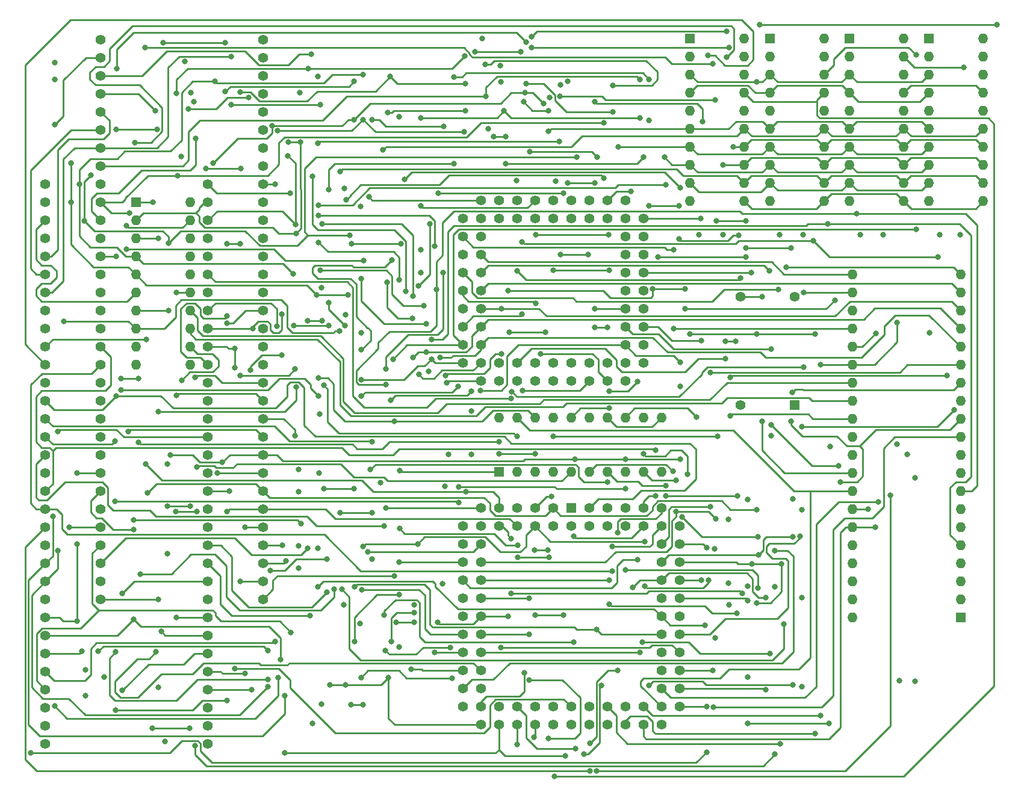
<source format=gbr>
%TF.GenerationSoftware,KiCad,Pcbnew,(5.1.12)-1*%
%TF.CreationDate,2022-10-26T16:15:56+02:00*%
%TF.ProjectId,dueottosei,6475656f-7474-46f7-9365-692e6b696361,rev?*%
%TF.SameCoordinates,Original*%
%TF.FileFunction,Copper,L4,Bot*%
%TF.FilePolarity,Positive*%
%FSLAX46Y46*%
G04 Gerber Fmt 4.6, Leading zero omitted, Abs format (unit mm)*
G04 Created by KiCad (PCBNEW (5.1.12)-1) date 2022-10-26 16:15:56*
%MOMM*%
%LPD*%
G01*
G04 APERTURE LIST*
%TA.AperFunction,ComponentPad*%
%ADD10R,1.400000X1.400000*%
%TD*%
%TA.AperFunction,ComponentPad*%
%ADD11O,1.400000X1.400000*%
%TD*%
%TA.AperFunction,ComponentPad*%
%ADD12C,1.422400*%
%TD*%
%TA.AperFunction,ComponentPad*%
%ADD13C,1.400000*%
%TD*%
%TA.AperFunction,ComponentPad*%
%ADD14R,1.422400X1.422400*%
%TD*%
%TA.AperFunction,ViaPad*%
%ADD15C,0.800000*%
%TD*%
%TA.AperFunction,Conductor*%
%ADD16C,0.250000*%
%TD*%
G04 APERTURE END LIST*
D10*
%TO.P,U14,1*%
%TO.N,Net-(U14-Pad1)*%
X214890000Y-121820000D03*
D11*
%TO.P,U14,21*%
%TO.N,6_D2*%
X199650000Y-73560000D03*
%TO.P,U14,2*%
%TO.N,Net-(U14-Pad2)*%
X214890000Y-119280000D03*
%TO.P,U14,22*%
%TO.N,6_D1*%
X199650000Y-76100000D03*
%TO.P,U14,3*%
%TO.N,Net-(U14-Pad3)*%
X214890000Y-116740000D03*
%TO.P,U14,23*%
%TO.N,6_D0*%
X199650000Y-78640000D03*
%TO.P,U14,4*%
%TO.N,Net-(U14-Pad4)*%
X214890000Y-114200000D03*
%TO.P,U14,24*%
%TO.N,6_PEREQ*%
X199650000Y-81180000D03*
%TO.P,U14,5*%
%TO.N,6_D15*%
X214890000Y-111660000D03*
%TO.P,U14,25*%
%TO.N,7_~BUSY*%
X199650000Y-83720000D03*
%TO.P,U14,6*%
%TO.N,6_D14*%
X214890000Y-109120000D03*
%TO.P,U14,26*%
%TO.N,7_~ERROR*%
X199650000Y-86260000D03*
%TO.P,U14,7*%
%TO.N,6_D13*%
X214890000Y-106580000D03*
%TO.P,U14,27*%
%TO.N,7_~NPRD*%
X199650000Y-88800000D03*
%TO.P,U14,8*%
%TO.N,6_D12*%
X214890000Y-104040000D03*
%TO.P,U14,28*%
%TO.N,7_~NPWR*%
X199650000Y-91340000D03*
%TO.P,U14,9*%
%TO.N,VCC*%
X214890000Y-101500000D03*
%TO.P,U14,29*%
%TO.N,Z_A1*%
X199650000Y-93880000D03*
%TO.P,U14,10*%
%TO.N,GND*%
X214890000Y-98960000D03*
%TO.P,U14,30*%
X199650000Y-96420000D03*
%TO.P,U14,11*%
%TO.N,6_D11*%
X214890000Y-96420000D03*
%TO.P,U14,31*%
%TO.N,Z_A2*%
X199650000Y-98960000D03*
%TO.P,U14,12*%
%TO.N,6_D10*%
X214890000Y-93880000D03*
%TO.P,U14,32*%
%TO.N,Net-(Q1-Pad8)*%
X199650000Y-101500000D03*
%TO.P,U14,13*%
%TO.N,Net-(U14-Pad13)*%
X214890000Y-91340000D03*
%TO.P,U14,33*%
%TO.N,7_NPS2*%
X199650000Y-104040000D03*
%TO.P,U14,14*%
%TO.N,6_D9*%
X214890000Y-88800000D03*
%TO.P,U14,34*%
%TO.N,7_~NPS1*%
X199650000Y-106580000D03*
%TO.P,U14,15*%
%TO.N,6_D8*%
X214890000Y-86260000D03*
%TO.P,U14,35*%
%TO.N,7_RESET*%
X199650000Y-109120000D03*
%TO.P,U14,16*%
%TO.N,6_D7*%
X214890000Y-83720000D03*
%TO.P,U14,36*%
%TO.N,6_~PEACK*%
X199650000Y-111660000D03*
%TO.P,U14,17*%
%TO.N,6_D6*%
X214890000Y-81180000D03*
%TO.P,U14,37*%
%TO.N,Net-(U14-Pad37)*%
X199650000Y-114200000D03*
%TO.P,U14,18*%
%TO.N,6_D5*%
X214890000Y-78640000D03*
%TO.P,U14,38*%
%TO.N,Net-(U14-Pad38)*%
X199650000Y-116740000D03*
%TO.P,U14,19*%
%TO.N,6_D4*%
X214890000Y-76100000D03*
%TO.P,U14,39*%
%TO.N,GND*%
X199650000Y-119280000D03*
%TO.P,U14,20*%
%TO.N,6_D3*%
X214890000Y-73560000D03*
%TO.P,U14,40*%
%TO.N,Net-(U14-Pad40)*%
X199650000Y-121820000D03*
%TD*%
D12*
%TO.P,U13,61*%
%TO.N,6_PEREQ*%
X157550000Y-86010000D03*
%TO.P,U13,63*%
%TO.N,6_~READY*%
X160090000Y-86010000D03*
%TO.P,U13,65*%
%TO.N,6_HDLA*%
X162630000Y-86010000D03*
%TO.P,U13,67*%
%TO.N,6_M\u005C~IO*%
X165170000Y-86010000D03*
%TO.P,U13,59*%
%TO.N,GND*%
X155010000Y-86010000D03*
%TO.P,U13,57*%
%TO.N,6_INTR*%
X152470000Y-86010000D03*
%TO.P,U13,55*%
%TO.N,Net-(U13-Pad55)*%
X149930000Y-86010000D03*
%TO.P,U13,53*%
%TO.N,Net-(R15-Pad2)*%
X147390000Y-86010000D03*
%TO.P,U13,60*%
%TO.N,GND*%
X157550000Y-88550000D03*
%TO.P,U13,62*%
%TO.N,VCC*%
X160090000Y-88550000D03*
%TO.P,U13,64*%
%TO.N,6_HOLD*%
X162630000Y-88550000D03*
%TO.P,U13,66*%
%TO.N,6_COD\u005C~INTA*%
X165170000Y-88550000D03*
%TO.P,U13,68*%
%TO.N,Net-(U13-Pad68)*%
X167710000Y-88550000D03*
%TO.P,U13,58*%
%TO.N,Net-(U13-Pad58)*%
X155010000Y-88550000D03*
%TO.P,U13,56*%
%TO.N,Net-(U13-Pad56)*%
X152470000Y-88550000D03*
%TO.P,U13,54*%
%TO.N,6_~BUSY*%
X149930000Y-88550000D03*
%TO.P,U13,2*%
%TO.N,Net-(U13-Pad2)*%
X167710000Y-86010000D03*
%TO.P,U13,4*%
%TO.N,6_~S1*%
X167710000Y-83470000D03*
%TO.P,U13,6*%
%TO.N,6_~PEACK*%
X167710000Y-80930000D03*
%TO.P,U13,8*%
%TO.N,6_A22*%
X167710000Y-78390000D03*
%TO.P,U13,10*%
%TO.N,6_A21*%
X167710000Y-75850000D03*
%TO.P,U13,12*%
%TO.N,6_A19*%
X167710000Y-73310000D03*
%TO.P,U13,14*%
%TO.N,6_A17*%
X167710000Y-70770000D03*
%TO.P,U13,16*%
%TO.N,6_A15*%
X167710000Y-68230000D03*
%TO.P,U13,1*%
%TO.N,6_~BHE*%
X170250000Y-86010000D03*
%TO.P,U13,3*%
%TO.N,Net-(U13-Pad3)*%
X170250000Y-83470000D03*
%TO.P,U13,5*%
%TO.N,6_~S0*%
X170250000Y-80930000D03*
%TO.P,U13,7*%
%TO.N,6_A23*%
X170250000Y-78390000D03*
%TO.P,U13,9*%
%TO.N,GND*%
X170250000Y-75850000D03*
%TO.P,U13,11*%
%TO.N,6_A20*%
X170250000Y-73310000D03*
%TO.P,U13,13*%
%TO.N,6_A18*%
X170250000Y-70770000D03*
%TO.P,U13,15*%
%TO.N,6_A16*%
X170250000Y-68230000D03*
%TO.P,U13,17*%
%TO.N,6_A14*%
X170250000Y-65690000D03*
%TO.P,U13,19*%
%TO.N,6_A12*%
X167710000Y-65690000D03*
%TO.P,U13,21*%
%TO.N,6_A10*%
X165170000Y-65690000D03*
%TO.P,U13,23*%
%TO.N,6_A8*%
X162630000Y-65690000D03*
%TO.P,U13,25*%
%TO.N,6_A6*%
X160090000Y-65690000D03*
%TO.P,U13,27*%
%TO.N,6_A4*%
X157550000Y-65690000D03*
%TO.P,U13,29*%
%TO.N,6_RESET*%
X155010000Y-65690000D03*
%TO.P,U13,31*%
%TO.N,Net-(Q1-Pad8)*%
X152470000Y-65690000D03*
%TO.P,U13,33*%
%TO.N,6_A1*%
X149930000Y-65690000D03*
%TO.P,U13,35*%
%TO.N,GND*%
X144850000Y-65690000D03*
%TO.P,U13,18*%
%TO.N,6_A13*%
X167710000Y-63150000D03*
%TO.P,U13,20*%
%TO.N,6_A11*%
X165170000Y-63150000D03*
%TO.P,U13,22*%
%TO.N,6_A9*%
X162630000Y-63150000D03*
%TO.P,U13,24*%
%TO.N,6_A7*%
X160090000Y-63150000D03*
%TO.P,U13,26*%
%TO.N,6_A5*%
X157550000Y-63150000D03*
%TO.P,U13,28*%
%TO.N,6_A3*%
X155010000Y-63150000D03*
%TO.P,U13,30*%
%TO.N,VCC*%
X152470000Y-63150000D03*
%TO.P,U13,32*%
%TO.N,6_A2*%
X149930000Y-63150000D03*
%TO.P,U13,34*%
%TO.N,6_A0*%
X147390000Y-63150000D03*
%TO.P,U13,36*%
%TO.N,6_D0*%
X147390000Y-65690000D03*
%TO.P,U13,38*%
%TO.N,6_D1*%
X147390000Y-68230000D03*
%TO.P,U13,40*%
%TO.N,6_D2*%
X147390000Y-70770000D03*
%TO.P,U13,42*%
%TO.N,6_D3*%
X147390000Y-73310000D03*
%TO.P,U13,44*%
%TO.N,6_D4*%
X147390000Y-75850000D03*
%TO.P,U13,46*%
%TO.N,6_D5*%
X147390000Y-78390000D03*
%TO.P,U13,48*%
%TO.N,6_D6*%
X147390000Y-80930000D03*
%TO.P,U13,50*%
%TO.N,6_D7*%
X147390000Y-83470000D03*
%TO.P,U13,52*%
%TO.N,Net-(C17-Pad1)*%
X147390000Y-88550000D03*
%TO.P,U13,37*%
%TO.N,6_D8*%
X144850000Y-68230000D03*
%TO.P,U13,39*%
%TO.N,6_D9*%
X144850000Y-70770000D03*
%TO.P,U13,41*%
%TO.N,6_D10*%
X144850000Y-73310000D03*
%TO.P,U13,43*%
%TO.N,6_D11*%
X144850000Y-75850000D03*
%TO.P,U13,45*%
%TO.N,6_D12*%
X144850000Y-78390000D03*
%TO.P,U13,47*%
%TO.N,6_D13*%
X144850000Y-80930000D03*
%TO.P,U13,49*%
%TO.N,6_D14*%
X144850000Y-83470000D03*
%TO.P,U13,51*%
%TO.N,6_D15*%
X144850000Y-86010000D03*
%TD*%
D13*
%TO.P,J1,1*%
%TO.N,Z_D4*%
X109020000Y-139580000D03*
%TO.P,J1,2*%
%TO.N,Z_D3*%
X109020000Y-137040000D03*
%TO.P,J1,3*%
%TO.N,Z_D2*%
X109020000Y-134500000D03*
%TO.P,J1,4*%
%TO.N,Z_D1*%
X109020000Y-131960000D03*
%TO.P,J1,5*%
%TO.N,Z_D0*%
X109020000Y-129420000D03*
%TO.P,J1,6*%
%TO.N,Z_~AS*%
X109020000Y-126880000D03*
%TO.P,J1,7*%
%TO.N,Z_~UDS*%
X109020000Y-124340000D03*
%TO.P,J1,8*%
%TO.N,Z_~LDS*%
X109020000Y-121800000D03*
%TO.P,J1,9*%
%TO.N,Z_R~W*%
X109020000Y-119260000D03*
%TO.P,J1,10*%
%TO.N,Z_~DTACK*%
X109020000Y-116720000D03*
%TO.P,J1,11*%
%TO.N,Z_~BG*%
X109020000Y-114180000D03*
%TO.P,J1,12*%
%TO.N,Z_~BGACK*%
X109020000Y-111640000D03*
%TO.P,J1,13*%
%TO.N,Z_~BR*%
X109020000Y-109100000D03*
%TO.P,J1,14*%
%TO.N,VCC*%
X109020000Y-106560000D03*
%TO.P,J1,15*%
%TO.N,Z_CLK*%
X109020000Y-104020000D03*
%TO.P,J1,16*%
%TO.N,GND*%
X109020000Y-101480000D03*
%TO.P,J1,17*%
%TO.N,Z_~HALT*%
X109020000Y-98940000D03*
%TO.P,J1,18*%
%TO.N,Z_~RESET*%
X109020000Y-96400000D03*
%TO.P,J1,19*%
%TO.N,Z_~VMA*%
X109020000Y-93860000D03*
%TO.P,J1,20*%
%TO.N,Z_E*%
X109020000Y-91320000D03*
%TO.P,J1,21*%
%TO.N,Z_~VPA*%
X109020000Y-88780000D03*
%TO.P,J1,22*%
%TO.N,Z_~BERR*%
X109020000Y-86240000D03*
%TO.P,J1,23*%
%TO.N,Z_~IPL2*%
X109020000Y-83700000D03*
%TO.P,J1,24*%
%TO.N,Z_~IPL1*%
X109020000Y-81160000D03*
%TO.P,J1,25*%
%TO.N,Z_~IPL0*%
X109020000Y-78620000D03*
%TO.P,J1,26*%
%TO.N,Z_FC2*%
X109020000Y-76080000D03*
%TO.P,J1,27*%
%TO.N,Z_FC1*%
X109020000Y-73540000D03*
%TO.P,J1,28*%
%TO.N,Z_FC0*%
X109020000Y-71000000D03*
%TO.P,J1,29*%
%TO.N,Z_A1*%
X109020000Y-68460000D03*
%TO.P,J1,30*%
%TO.N,Z_A2*%
X109020000Y-65920000D03*
%TO.P,J1,31*%
%TO.N,Z_A3*%
X109020000Y-63380000D03*
%TO.P,J1,32*%
%TO.N,Z_A4*%
X109020000Y-60840000D03*
%TO.P,J1,33*%
%TO.N,Z_A5*%
X86160000Y-60840000D03*
%TO.P,J1,34*%
%TO.N,Z_A6*%
X86160000Y-63380000D03*
%TO.P,J1,35*%
%TO.N,Z_A7*%
X86160000Y-65920000D03*
%TO.P,J1,36*%
%TO.N,Z_A8*%
X86160000Y-68460000D03*
%TO.P,J1,37*%
%TO.N,Z_A9*%
X86160000Y-71000000D03*
%TO.P,J1,38*%
%TO.N,Z_A10*%
X86160000Y-73540000D03*
%TO.P,J1,39*%
%TO.N,Z_A11*%
X86160000Y-76080000D03*
%TO.P,J1,40*%
%TO.N,Z_A12*%
X86160000Y-78620000D03*
%TO.P,J1,41*%
%TO.N,Z_A13*%
X86160000Y-81160000D03*
%TO.P,J1,42*%
%TO.N,Z_A14*%
X86160000Y-83700000D03*
%TO.P,J1,43*%
%TO.N,Z_A15*%
X86160000Y-86240000D03*
%TO.P,J1,44*%
%TO.N,Z_A16*%
X86160000Y-88780000D03*
%TO.P,J1,45*%
%TO.N,Z_A17*%
X86160000Y-91320000D03*
%TO.P,J1,46*%
%TO.N,Z_A18*%
X86160000Y-93860000D03*
%TO.P,J1,47*%
%TO.N,Z_A19*%
X86160000Y-96400000D03*
%TO.P,J1,48*%
%TO.N,Z_A20*%
X86160000Y-98940000D03*
%TO.P,J1,49*%
%TO.N,VCC*%
X86160000Y-101480000D03*
%TO.P,J1,50*%
%TO.N,Z_A21*%
X86160000Y-104020000D03*
%TO.P,J1,51*%
%TO.N,Z_A22*%
X86160000Y-106560000D03*
%TO.P,J1,52*%
%TO.N,Z_A23*%
X86160000Y-109100000D03*
%TO.P,J1,53*%
%TO.N,GND*%
X86160000Y-111640000D03*
%TO.P,J1,54*%
%TO.N,Z_D15*%
X86160000Y-114180000D03*
%TO.P,J1,55*%
%TO.N,Z_D14*%
X86160000Y-116720000D03*
%TO.P,J1,56*%
%TO.N,Z_D13*%
X86160000Y-119260000D03*
%TO.P,J1,57*%
%TO.N,Z_D12*%
X86160000Y-121800000D03*
%TO.P,J1,58*%
%TO.N,Z_D11*%
X86160000Y-124340000D03*
%TO.P,J1,59*%
%TO.N,Z_D10*%
X86160000Y-126880000D03*
%TO.P,J1,60*%
%TO.N,Z_D9*%
X86160000Y-129420000D03*
%TO.P,J1,61*%
%TO.N,Z_D8*%
X86160000Y-131960000D03*
%TO.P,J1,62*%
%TO.N,Z_D7*%
X86160000Y-134500000D03*
%TO.P,J1,63*%
%TO.N,Z_D6*%
X86160000Y-137040000D03*
%TO.P,J1,64*%
%TO.N,Z_D5*%
X86160000Y-139580000D03*
%TD*%
%TO.P,J2,64*%
%TO.N,Z_D5*%
X93890000Y-119250000D03*
%TO.P,J2,63*%
%TO.N,Z_D6*%
X93890000Y-116710000D03*
%TO.P,J2,62*%
%TO.N,Z_D7*%
X93890000Y-114170000D03*
%TO.P,J2,61*%
%TO.N,Z_D8*%
X93890000Y-111630000D03*
%TO.P,J2,60*%
%TO.N,Z_D9*%
X93890000Y-109090000D03*
%TO.P,J2,59*%
%TO.N,Z_D10*%
X93890000Y-106550000D03*
%TO.P,J2,58*%
%TO.N,Z_D11*%
X93890000Y-104010000D03*
%TO.P,J2,57*%
%TO.N,Z_D12*%
X93890000Y-101470000D03*
%TO.P,J2,56*%
%TO.N,Z_D13*%
X93890000Y-98930000D03*
%TO.P,J2,55*%
%TO.N,Z_D14*%
X93890000Y-96390000D03*
%TO.P,J2,54*%
%TO.N,Z_D15*%
X93890000Y-93850000D03*
%TO.P,J2,53*%
%TO.N,GND*%
X93890000Y-91310000D03*
%TO.P,J2,52*%
%TO.N,Z_A23*%
X93890000Y-88770000D03*
%TO.P,J2,51*%
%TO.N,Z_A22*%
X93890000Y-86230000D03*
%TO.P,J2,50*%
%TO.N,Z_A21*%
X93890000Y-83690000D03*
%TO.P,J2,49*%
%TO.N,VCC*%
X93890000Y-81150000D03*
%TO.P,J2,48*%
%TO.N,Z_A20*%
X93890000Y-78610000D03*
%TO.P,J2,47*%
%TO.N,Z_A19*%
X93890000Y-76070000D03*
%TO.P,J2,46*%
%TO.N,Z_A18*%
X93890000Y-73530000D03*
%TO.P,J2,45*%
%TO.N,Z_A17*%
X93890000Y-70990000D03*
%TO.P,J2,44*%
%TO.N,Z_A16*%
X93890000Y-68450000D03*
%TO.P,J2,43*%
%TO.N,Z_A15*%
X93890000Y-65910000D03*
%TO.P,J2,42*%
%TO.N,Z_A14*%
X93890000Y-63370000D03*
%TO.P,J2,41*%
%TO.N,Z_A13*%
X93890000Y-60830000D03*
%TO.P,J2,40*%
%TO.N,Z_A12*%
X93890000Y-58290000D03*
%TO.P,J2,39*%
%TO.N,Z_A11*%
X93890000Y-55750000D03*
%TO.P,J2,38*%
%TO.N,Z_A10*%
X93890000Y-53210000D03*
%TO.P,J2,37*%
%TO.N,Z_A9*%
X93890000Y-50670000D03*
%TO.P,J2,36*%
%TO.N,Z_A8*%
X93890000Y-48130000D03*
%TO.P,J2,35*%
%TO.N,Z_A7*%
X93890000Y-45590000D03*
%TO.P,J2,34*%
%TO.N,Z_A6*%
X93890000Y-43050000D03*
%TO.P,J2,33*%
%TO.N,Z_A5*%
X93890000Y-40510000D03*
%TO.P,J2,32*%
%TO.N,Z_A4*%
X116750000Y-40510000D03*
%TO.P,J2,31*%
%TO.N,Z_A3*%
X116750000Y-43050000D03*
%TO.P,J2,30*%
%TO.N,Z_A2*%
X116750000Y-45590000D03*
%TO.P,J2,29*%
%TO.N,Z_A1*%
X116750000Y-48130000D03*
%TO.P,J2,28*%
%TO.N,Z_FC0*%
X116750000Y-50670000D03*
%TO.P,J2,27*%
%TO.N,Z_FC1*%
X116750000Y-53210000D03*
%TO.P,J2,26*%
%TO.N,Z_FC2*%
X116750000Y-55750000D03*
%TO.P,J2,25*%
%TO.N,Z_~IPL0*%
X116750000Y-58290000D03*
%TO.P,J2,24*%
%TO.N,Z_~IPL1*%
X116750000Y-60830000D03*
%TO.P,J2,23*%
%TO.N,Z_~IPL2*%
X116750000Y-63370000D03*
%TO.P,J2,22*%
%TO.N,Z_~BERR*%
X116750000Y-65910000D03*
%TO.P,J2,21*%
%TO.N,Z_~VPA*%
X116750000Y-68450000D03*
%TO.P,J2,20*%
%TO.N,Z_E*%
X116750000Y-70990000D03*
%TO.P,J2,19*%
%TO.N,Z_~VMA*%
X116750000Y-73530000D03*
%TO.P,J2,18*%
%TO.N,Z_~RESET*%
X116750000Y-76070000D03*
%TO.P,J2,17*%
%TO.N,Z_~HALT*%
X116750000Y-78610000D03*
%TO.P,J2,16*%
%TO.N,GND*%
X116750000Y-81150000D03*
%TO.P,J2,15*%
%TO.N,Z_CLK*%
X116750000Y-83690000D03*
%TO.P,J2,14*%
%TO.N,VCC*%
X116750000Y-86230000D03*
%TO.P,J2,13*%
%TO.N,M_~BR*%
X116750000Y-88770000D03*
%TO.P,J2,12*%
%TO.N,M_~BGACK*%
X116750000Y-91310000D03*
%TO.P,J2,11*%
%TO.N,M_~BG*%
X116750000Y-93850000D03*
%TO.P,J2,10*%
%TO.N,M_~DTACK*%
X116750000Y-96390000D03*
%TO.P,J2,9*%
%TO.N,Z_R~W*%
X116750000Y-98930000D03*
%TO.P,J2,8*%
%TO.N,M_~LDS*%
X116750000Y-101470000D03*
%TO.P,J2,7*%
%TO.N,M_~UDS*%
X116750000Y-104010000D03*
%TO.P,J2,6*%
%TO.N,M_~AS*%
X116750000Y-106550000D03*
%TO.P,J2,5*%
%TO.N,Z_D0*%
X116750000Y-109090000D03*
%TO.P,J2,4*%
%TO.N,Z_D1*%
X116750000Y-111630000D03*
%TO.P,J2,3*%
%TO.N,Z_D2*%
X116750000Y-114170000D03*
%TO.P,J2,2*%
%TO.N,Z_D3*%
X116750000Y-116710000D03*
%TO.P,J2,1*%
%TO.N,Z_D4*%
X116750000Y-119250000D03*
%TD*%
D10*
%TO.P,Q1,1*%
%TO.N,Net-(Q1-Pad1)*%
X191540000Y-91930000D03*
D13*
%TO.P,Q1,14*%
%TO.N,VCC*%
X183920000Y-91930000D03*
%TO.P,Q1,8*%
%TO.N,Net-(Q1-Pad8)*%
X183920000Y-76690000D03*
%TO.P,Q1,7*%
%TO.N,GND*%
X191540000Y-76690000D03*
%TD*%
D11*
%TO.P,U22,20*%
%TO.N,VCC*%
X149930000Y-93680000D03*
%TO.P,U22,10*%
%TO.N,GND*%
X172790000Y-101300000D03*
%TO.P,U22,19*%
%TO.N,7_NPS2*%
X152470000Y-93680000D03*
%TO.P,U22,9*%
%TO.N,Z_A1*%
X170250000Y-101300000D03*
%TO.P,U22,18*%
%TO.N,Z_D4*%
X155010000Y-93680000D03*
%TO.P,U22,8*%
%TO.N,Z_R~W*%
X167710000Y-101300000D03*
%TO.P,U22,17*%
%TO.N,6_D1*%
X157550000Y-93680000D03*
%TO.P,U22,7*%
%TO.N,P19*%
X165170000Y-101300000D03*
%TO.P,U22,16*%
%TO.N,6_D0*%
X160090000Y-93680000D03*
%TO.P,U22,6*%
%TO.N,P61*%
X162630000Y-101300000D03*
%TO.P,U22,15*%
%TO.N,Net-(U22-Pad15)*%
X162630000Y-93680000D03*
%TO.P,U22,5*%
%TO.N,Z_~VPA*%
X160090000Y-101300000D03*
%TO.P,U22,14*%
%TO.N,P53*%
X165170000Y-93680000D03*
%TO.P,U22,4*%
%TO.N,Z_A15*%
X157550000Y-101300000D03*
%TO.P,U22,13*%
%TO.N,P47*%
X167710000Y-93680000D03*
%TO.P,U22,3*%
%TO.N,Z_A7*%
X155010000Y-101300000D03*
%TO.P,U22,12*%
%TO.N,CLK*%
X170250000Y-93680000D03*
%TO.P,U22,2*%
%TO.N,Z_A6*%
X152470000Y-101300000D03*
%TO.P,U22,11*%
%TO.N,P53*%
X172790000Y-93680000D03*
D10*
%TO.P,U22,1*%
%TO.N,P45*%
X149930000Y-101300000D03*
%TD*%
%TO.P,U31,1*%
%TO.N,6_D4*%
X210450000Y-40360000D03*
D11*
%TO.P,U31,11*%
%TO.N,Net-(R35-Pad2)*%
X218070000Y-63220000D03*
%TO.P,U31,2*%
%TO.N,6_D5*%
X210450000Y-42900000D03*
%TO.P,U31,12*%
%TO.N,Net-(R36-Pad2)*%
X218070000Y-60680000D03*
%TO.P,U31,3*%
%TO.N,Z_R~W*%
X210450000Y-45440000D03*
%TO.P,U31,13*%
%TO.N,Net-(R37-Pad2)*%
X218070000Y-58140000D03*
%TO.P,U31,4*%
%TO.N,Net-(R311-Pad2)*%
X210450000Y-47980000D03*
%TO.P,U31,14*%
%TO.N,Net-(R38-Pad2)*%
X218070000Y-55600000D03*
%TO.P,U31,5*%
%TO.N,Net-(U31-Pad5)*%
X210450000Y-50520000D03*
%TO.P,U31,15*%
%TO.N,Net-(R39-Pad2)*%
X218070000Y-53060000D03*
%TO.P,U31,6*%
%TO.N,Net-(R31-Pad1)*%
X210450000Y-53060000D03*
%TO.P,U31,16*%
%TO.N,GND*%
X218070000Y-50520000D03*
%TO.P,U31,7*%
%TO.N,Net-(R32-Pad1)*%
X210450000Y-55600000D03*
%TO.P,U31,17*%
%TO.N,Net-(R312-Pad2)*%
X218070000Y-47980000D03*
%TO.P,U31,8*%
%TO.N,Net-(R33-Pad1)*%
X210450000Y-58140000D03*
%TO.P,U31,18*%
%TO.N,6_D6*%
X218070000Y-45440000D03*
%TO.P,U31,9*%
%TO.N,Net-(R34-Pad1)*%
X210450000Y-60680000D03*
%TO.P,U31,19*%
%TO.N,6_D7*%
X218070000Y-42900000D03*
%TO.P,U31,10*%
%TO.N,VCC*%
X210450000Y-63220000D03*
%TO.P,U31,20*%
%TO.N,GND*%
X218070000Y-40360000D03*
%TD*%
%TO.P,U32,20*%
%TO.N,GND*%
X206850000Y-40360000D03*
%TO.P,U32,10*%
%TO.N,VCC*%
X199230000Y-63220000D03*
%TO.P,U32,19*%
%TO.N,6_D3*%
X206850000Y-42900000D03*
%TO.P,U32,9*%
%TO.N,Net-(R34-Pad1)*%
X199230000Y-60680000D03*
%TO.P,U32,18*%
%TO.N,6_D2*%
X206850000Y-45440000D03*
%TO.P,U32,8*%
%TO.N,Net-(R33-Pad1)*%
X199230000Y-58140000D03*
%TO.P,U32,17*%
%TO.N,Net-(R312-Pad2)*%
X206850000Y-47980000D03*
%TO.P,U32,7*%
%TO.N,Net-(R32-Pad1)*%
X199230000Y-55600000D03*
%TO.P,U32,16*%
%TO.N,GND*%
X206850000Y-50520000D03*
%TO.P,U32,6*%
%TO.N,Net-(R31-Pad1)*%
X199230000Y-53060000D03*
%TO.P,U32,15*%
%TO.N,Net-(R39-Pad2)*%
X206850000Y-53060000D03*
%TO.P,U32,5*%
%TO.N,Net-(U32-Pad5)*%
X199230000Y-50520000D03*
%TO.P,U32,14*%
%TO.N,Net-(R38-Pad2)*%
X206850000Y-55600000D03*
%TO.P,U32,4*%
%TO.N,Net-(R311-Pad2)*%
X199230000Y-47980000D03*
%TO.P,U32,13*%
%TO.N,Net-(R37-Pad2)*%
X206850000Y-58140000D03*
%TO.P,U32,3*%
%TO.N,Z_R~W*%
X199230000Y-45440000D03*
%TO.P,U32,12*%
%TO.N,Net-(R36-Pad2)*%
X206850000Y-60680000D03*
%TO.P,U32,2*%
%TO.N,6_D1*%
X199230000Y-42900000D03*
%TO.P,U32,11*%
%TO.N,Net-(R35-Pad2)*%
X206850000Y-63220000D03*
D10*
%TO.P,U32,1*%
%TO.N,6_D0*%
X199230000Y-40360000D03*
%TD*%
%TO.P,U33,1*%
%TO.N,6_D12*%
X188060000Y-40360000D03*
D11*
%TO.P,U33,11*%
%TO.N,Net-(R35-Pad2)*%
X195680000Y-63220000D03*
%TO.P,U33,2*%
%TO.N,6_D13*%
X188060000Y-42900000D03*
%TO.P,U33,12*%
%TO.N,Net-(R36-Pad2)*%
X195680000Y-60680000D03*
%TO.P,U33,3*%
%TO.N,Z_R~W*%
X188060000Y-45440000D03*
%TO.P,U33,13*%
%TO.N,Net-(R37-Pad2)*%
X195680000Y-58140000D03*
%TO.P,U33,4*%
%TO.N,Net-(R311-Pad2)*%
X188060000Y-47980000D03*
%TO.P,U33,14*%
%TO.N,Net-(R38-Pad2)*%
X195680000Y-55600000D03*
%TO.P,U33,5*%
%TO.N,Net-(U33-Pad5)*%
X188060000Y-50520000D03*
%TO.P,U33,15*%
%TO.N,Net-(R39-Pad2)*%
X195680000Y-53060000D03*
%TO.P,U33,6*%
%TO.N,Net-(R31-Pad1)*%
X188060000Y-53060000D03*
%TO.P,U33,16*%
%TO.N,GND*%
X195680000Y-50520000D03*
%TO.P,U33,7*%
%TO.N,Net-(R32-Pad1)*%
X188060000Y-55600000D03*
%TO.P,U33,17*%
%TO.N,Net-(R313-Pad2)*%
X195680000Y-47980000D03*
%TO.P,U33,8*%
%TO.N,Net-(R33-Pad1)*%
X188060000Y-58140000D03*
%TO.P,U33,18*%
%TO.N,6_D14*%
X195680000Y-45440000D03*
%TO.P,U33,9*%
%TO.N,Net-(R34-Pad1)*%
X188060000Y-60680000D03*
%TO.P,U33,19*%
%TO.N,6_D15*%
X195680000Y-42900000D03*
%TO.P,U33,10*%
%TO.N,VCC*%
X188060000Y-63220000D03*
%TO.P,U33,20*%
%TO.N,GND*%
X195680000Y-40360000D03*
%TD*%
%TO.P,U34,20*%
%TO.N,GND*%
X184450000Y-40360000D03*
%TO.P,U34,10*%
%TO.N,VCC*%
X176830000Y-63220000D03*
%TO.P,U34,19*%
%TO.N,6_D11*%
X184450000Y-42900000D03*
%TO.P,U34,9*%
%TO.N,Net-(R34-Pad1)*%
X176830000Y-60680000D03*
%TO.P,U34,18*%
%TO.N,6_D10*%
X184450000Y-45440000D03*
%TO.P,U34,8*%
%TO.N,Net-(R33-Pad1)*%
X176830000Y-58140000D03*
%TO.P,U34,17*%
%TO.N,Net-(R313-Pad2)*%
X184450000Y-47980000D03*
%TO.P,U34,7*%
%TO.N,Net-(R32-Pad1)*%
X176830000Y-55600000D03*
%TO.P,U34,16*%
%TO.N,GND*%
X184450000Y-50520000D03*
%TO.P,U34,6*%
%TO.N,Net-(R31-Pad1)*%
X176830000Y-53060000D03*
%TO.P,U34,15*%
%TO.N,Net-(R39-Pad2)*%
X184450000Y-53060000D03*
%TO.P,U34,5*%
%TO.N,Net-(U34-Pad5)*%
X176830000Y-50520000D03*
%TO.P,U34,14*%
%TO.N,Net-(R38-Pad2)*%
X184450000Y-55600000D03*
%TO.P,U34,4*%
%TO.N,Net-(R311-Pad2)*%
X176830000Y-47980000D03*
%TO.P,U34,13*%
%TO.N,Net-(R37-Pad2)*%
X184450000Y-58140000D03*
%TO.P,U34,3*%
%TO.N,Z_R~W*%
X176830000Y-45440000D03*
%TO.P,U34,12*%
%TO.N,Net-(R36-Pad2)*%
X184450000Y-60680000D03*
%TO.P,U34,2*%
%TO.N,6_D9*%
X176830000Y-42900000D03*
%TO.P,U34,11*%
%TO.N,Net-(R35-Pad2)*%
X184450000Y-63220000D03*
D10*
%TO.P,U34,1*%
%TO.N,6_D8*%
X176830000Y-40360000D03*
%TD*%
D12*
%TO.P,U41,2*%
%TO.N,Z_R~W*%
X160080000Y-108990000D03*
%TO.P,U41,4*%
%TO.N,Z_A16*%
X157540000Y-108990000D03*
%TO.P,U41,6*%
%TO.N,6_~S0*%
X155000000Y-108990000D03*
%TO.P,U41,8*%
%TO.N,M_~AS*%
X152460000Y-108990000D03*
%TO.P,U41,10*%
%TO.N,M_~LDS*%
X149920000Y-108990000D03*
%TO.P,U41,84*%
%TO.N,6_A17*%
X162620000Y-108990000D03*
%TO.P,U41,82*%
%TO.N,6_A18*%
X165160000Y-108990000D03*
%TO.P,U41,80*%
%TO.N,6_A19*%
X167700000Y-108990000D03*
%TO.P,U41,78*%
%TO.N,Z_A20*%
X170240000Y-108990000D03*
%TO.P,U41,76*%
%TO.N,Z_A22*%
X172780000Y-108990000D03*
%TO.P,U41,74*%
%TO.N,CLK*%
X175320000Y-108990000D03*
D14*
%TO.P,U41,1*%
%TO.N,GND*%
X160080000Y-106450000D03*
D12*
%TO.P,U41,3*%
%TO.N,M_~UDS*%
X157540000Y-106450000D03*
%TO.P,U41,5*%
%TO.N,6_A16*%
X155000000Y-106450000D03*
%TO.P,U41,7*%
%TO.N,Z_FC1*%
X152460000Y-106450000D03*
%TO.P,U41,9*%
%TO.N,P9*%
X149920000Y-106450000D03*
%TO.P,U41,11*%
%TO.N,GCLK*%
X147380000Y-106450000D03*
%TO.P,U41,83*%
%TO.N,Z_A17*%
X162620000Y-106450000D03*
%TO.P,U41,81*%
%TO.N,Z_A18*%
X165160000Y-106450000D03*
%TO.P,U41,79*%
%TO.N,Z_A19*%
X167700000Y-106450000D03*
%TO.P,U41,77*%
%TO.N,Z_A21*%
X170240000Y-106450000D03*
%TO.P,U41,75*%
%TO.N,Z_A23*%
X172780000Y-106450000D03*
%TO.P,U41,13*%
%TO.N,6_D2*%
X147380000Y-108990000D03*
%TO.P,U41,15*%
%TO.N,6_~S1*%
X147380000Y-111530000D03*
%TO.P,U41,17*%
%TO.N,Z_A1*%
X147380000Y-114070000D03*
%TO.P,U41,19*%
%TO.N,P19*%
X147380000Y-116610000D03*
%TO.P,U41,21*%
%TO.N,6_RESET*%
X147380000Y-119150000D03*
%TO.P,U41,23*%
%TO.N,6_D5*%
X147380000Y-121690000D03*
%TO.P,U41,25*%
%TO.N,6_D1*%
X147380000Y-124230000D03*
%TO.P,U41,27*%
%TO.N,P27*%
X147380000Y-126770000D03*
%TO.P,U41,29*%
%TO.N,P29*%
X147380000Y-129310000D03*
%TO.P,U41,31*%
%TO.N,VCC*%
X147380000Y-131850000D03*
%TO.P,U41,12*%
X144840000Y-108990000D03*
%TO.P,U41,14*%
%TO.N,6_D4*%
X144840000Y-111530000D03*
%TO.P,U41,16*%
%TO.N,6_D7*%
X144840000Y-114070000D03*
%TO.P,U41,18*%
%TO.N,6_~BHE*%
X144840000Y-116610000D03*
%TO.P,U41,20*%
%TO.N,6_D0*%
X144840000Y-119150000D03*
%TO.P,U41,22*%
%TO.N,VCC*%
X144840000Y-121690000D03*
%TO.P,U41,24*%
%TO.N,P24*%
X144840000Y-124230000D03*
%TO.P,U41,26*%
%TO.N,6_D6*%
X144840000Y-126770000D03*
%TO.P,U41,28*%
%TO.N,6_D3*%
X144840000Y-129310000D03*
%TO.P,U41,30*%
%TO.N,P30*%
X144840000Y-131850000D03*
%TO.P,U41,32*%
%TO.N,VCC*%
X144840000Y-134390000D03*
%TO.P,U41,34*%
%TO.N,6_HOLD*%
X147380000Y-134390000D03*
%TO.P,U41,36*%
%TO.N,LDC*%
X149920000Y-134390000D03*
%TO.P,U41,38*%
%TO.N,P38*%
X152460000Y-134390000D03*
%TO.P,U41,40*%
%TO.N,6_~READY*%
X155000000Y-134390000D03*
%TO.P,U41,42*%
%TO.N,P42*%
X157540000Y-134390000D03*
%TO.P,U41,44*%
%TO.N,Z_~IPL2*%
X160080000Y-134390000D03*
%TO.P,U41,46*%
%TO.N,P46*%
X162620000Y-134390000D03*
%TO.P,U41,48*%
%TO.N,P48*%
X165160000Y-134390000D03*
%TO.P,U41,50*%
%TO.N,CLK*%
X167700000Y-134390000D03*
%TO.P,U41,52*%
%TO.N,7_~ERROR*%
X170240000Y-134390000D03*
%TO.P,U41,33*%
%TO.N,M2*%
X147380000Y-136930000D03*
%TO.P,U41,35*%
%TO.N,7_~NPS1*%
X149920000Y-136930000D03*
%TO.P,U41,37*%
%TO.N,M_~DTACK*%
X152460000Y-136930000D03*
%TO.P,U41,39*%
%TO.N,P39*%
X155000000Y-136930000D03*
%TO.P,U41,41*%
%TO.N,6_COD\u005C~INTA*%
X157540000Y-136930000D03*
%TO.P,U41,43*%
%TO.N,GND*%
X160080000Y-136930000D03*
%TO.P,U41,45*%
%TO.N,P45*%
X162620000Y-136930000D03*
%TO.P,U41,47*%
%TO.N,P47*%
X165160000Y-136930000D03*
%TO.P,U41,49*%
%TO.N,Z_R~W*%
X167700000Y-136930000D03*
%TO.P,U41,51*%
%TO.N,7_RESET*%
X170240000Y-136930000D03*
%TO.P,U41,53*%
%TO.N,P53*%
X172780000Y-136930000D03*
%TO.P,U41,55*%
%TO.N,7_NPS2*%
X172780000Y-134390000D03*
%TO.P,U41,57*%
%TO.N,7_~BUSY*%
X172780000Y-131850000D03*
%TO.P,U41,59*%
%TO.N,6_HDLA*%
X172780000Y-129310000D03*
%TO.P,U41,61*%
%TO.N,P61*%
X172780000Y-126770000D03*
%TO.P,U41,63*%
%TO.N,6_M\u005C~IO*%
X172780000Y-124230000D03*
%TO.P,U41,65*%
%TO.N,P65*%
X172780000Y-121690000D03*
%TO.P,U41,67*%
%TO.N,P67*%
X172780000Y-119150000D03*
%TO.P,U41,69*%
%TO.N,6_A21*%
X172780000Y-116610000D03*
%TO.P,U41,71*%
%TO.N,P71*%
X172780000Y-114070000D03*
%TO.P,U41,73*%
%TO.N,6_INTR*%
X172780000Y-111530000D03*
%TO.P,U41,54*%
%TO.N,Z_~RESET*%
X175320000Y-134390000D03*
%TO.P,U41,56*%
%TO.N,P56*%
X175320000Y-131850000D03*
%TO.P,U41,58*%
%TO.N,6_D11*%
X175320000Y-129310000D03*
%TO.P,U41,60*%
%TO.N,6_~BUSY*%
X175320000Y-126770000D03*
%TO.P,U41,62*%
%TO.N,6_D9*%
X175320000Y-124230000D03*
%TO.P,U41,64*%
%TO.N,VCC*%
X175320000Y-121690000D03*
%TO.P,U41,66*%
%TO.N,6_A23*%
X175320000Y-119150000D03*
%TO.P,U41,68*%
%TO.N,6_D10*%
X175320000Y-116610000D03*
%TO.P,U41,70*%
%TO.N,6_A22*%
X175320000Y-114070000D03*
%TO.P,U41,72*%
%TO.N,6_D8*%
X175320000Y-111530000D03*
%TD*%
D10*
%TO.P,U44,1*%
%TO.N,P29*%
X98870000Y-63380000D03*
D11*
%TO.P,U44,11*%
%TO.N,Z_~BGACK*%
X106490000Y-86240000D03*
%TO.P,U44,2*%
%TO.N,Z_A3*%
X98870000Y-65920000D03*
%TO.P,U44,12*%
%TO.N,7_~NPS1*%
X106490000Y-83700000D03*
%TO.P,U44,3*%
%TO.N,Z_R~W*%
X98870000Y-68460000D03*
%TO.P,U44,13*%
%TO.N,7_~NPWR*%
X106490000Y-81160000D03*
%TO.P,U44,4*%
%TO.N,Z_A5*%
X98870000Y-71000000D03*
%TO.P,U44,14*%
%TO.N,7_~NPRD*%
X106490000Y-78620000D03*
%TO.P,U44,5*%
%TO.N,Z_A6*%
X98870000Y-73540000D03*
%TO.P,U44,15*%
%TO.N,M_~BGACK*%
X106490000Y-76080000D03*
%TO.P,U44,6*%
%TO.N,Z_A7*%
X98870000Y-76080000D03*
%TO.P,U44,16*%
%TO.N,M_~BR*%
X106490000Y-73540000D03*
%TO.P,U44,7*%
%TO.N,Z_A8*%
X98870000Y-78620000D03*
%TO.P,U44,17*%
%TO.N,P46*%
X106490000Y-71000000D03*
%TO.P,U44,8*%
%TO.N,Z_A9*%
X98870000Y-81160000D03*
%TO.P,U44,18*%
%TO.N,Z_~BR*%
X106490000Y-68460000D03*
%TO.P,U44,9*%
%TO.N,P9*%
X98870000Y-83700000D03*
%TO.P,U44,19*%
%TO.N,Net-(U37-Pad2)*%
X106490000Y-65920000D03*
%TO.P,U44,10*%
%TO.N,GND*%
X98870000Y-86240000D03*
%TO.P,U44,20*%
%TO.N,VCC*%
X106490000Y-63380000D03*
%TD*%
D15*
%TO.N,VCC*%
X91790000Y-129221100D03*
X87490000Y-43730000D03*
X106640000Y-48020000D03*
X124480000Y-45710000D03*
X130500000Y-63980000D03*
X138960000Y-73280000D03*
X140050000Y-87150000D03*
X146090000Y-92760000D03*
X142358000Y-103342000D03*
X121750000Y-100950000D03*
X124650000Y-101500000D03*
X124460000Y-112090000D03*
X121800000Y-114900000D03*
X103310000Y-100260000D03*
X103300000Y-112850000D03*
X94440000Y-130190000D03*
X102962000Y-139238000D03*
X123750000Y-136700000D03*
X135900000Y-125950000D03*
X130400000Y-122650000D03*
X138040000Y-120060000D03*
X184950000Y-130190000D03*
X184900000Y-105240000D03*
X191300000Y-105140000D03*
X208500000Y-102200000D03*
X196500000Y-97750000D03*
X210500000Y-81800000D03*
X211900000Y-68000000D03*
X200750000Y-68000000D03*
X189400000Y-68000000D03*
X178050000Y-68000000D03*
X152400000Y-60350000D03*
X157938000Y-60412500D03*
X159600000Y-46400000D03*
X150100000Y-44200000D03*
X130550000Y-81800000D03*
X180350000Y-124690000D03*
X182200000Y-116990000D03*
X184900000Y-117440000D03*
X180300000Y-112140000D03*
X175450000Y-89300000D03*
X208500000Y-130800000D03*
%TO.N,GND*%
X158591100Y-46925000D03*
X205919000Y-97395000D03*
X87490000Y-46160000D03*
X182300000Y-120040000D03*
X206250000Y-130750000D03*
X192550000Y-131590000D03*
X192550000Y-118990000D03*
X188750000Y-117540000D03*
X192550000Y-106690000D03*
X182250000Y-108040000D03*
X214850000Y-68000000D03*
X204000000Y-68000000D03*
X192700000Y-68000000D03*
X181450000Y-68000000D03*
X207400000Y-98850000D03*
X171050000Y-51900000D03*
X157100000Y-48700000D03*
X150200000Y-46500000D03*
X147600000Y-40350000D03*
X148450000Y-53100000D03*
X135900000Y-51350000D03*
X121900000Y-48000000D03*
X128200000Y-61450000D03*
X138950000Y-70050000D03*
X125000000Y-75400000D03*
X128350000Y-79250000D03*
X124750000Y-93200000D03*
X121750000Y-104100000D03*
X133300000Y-102850000D03*
X121800000Y-111750000D03*
X132100000Y-113600000D03*
X128150000Y-120000000D03*
X142040000Y-117110000D03*
X124950000Y-134050000D03*
X102050000Y-131600000D03*
X91800000Y-132800000D03*
X105250000Y-56950000D03*
X107050000Y-49300000D03*
X105750000Y-43600000D03*
X142850000Y-98900000D03*
X146050000Y-98900000D03*
X188190000Y-96210000D03*
%TO.N,Net-(C17-Pad1)*%
X142555000Y-88771500D03*
%TO.N,Z_D4*%
X124570100Y-88155000D03*
X135200300Y-115984400D03*
X135200300Y-94210200D03*
%TO.N,Z_D3*%
X121265000Y-86885000D03*
X113542700Y-87744900D03*
X113542700Y-116710000D03*
%TO.N,Z_D2*%
X119980000Y-113830000D03*
%TO.N,Z_D1*%
X115168000Y-131960000D03*
X119520000Y-111630000D03*
%TO.N,Z_D0*%
X119400400Y-84889900D03*
X114996300Y-87019800D03*
X114267800Y-129723900D03*
X114267800Y-109090000D03*
%TO.N,Z_~AS*%
X96980000Y-132099400D03*
%TO.N,Z_~UDS*%
X102436400Y-123807600D03*
%TO.N,Z_~LDS*%
X104573800Y-121800000D03*
%TO.N,Z_R~W*%
X176815500Y-81969800D03*
X175478100Y-99549800D03*
X101999700Y-68460000D03*
X103724900Y-98945000D03*
X194450300Y-138160900D03*
X194450300Y-81969800D03*
X186200200Y-81969800D03*
X111045200Y-99965100D03*
X186200200Y-46504800D03*
X167710000Y-99549800D03*
X160634900Y-99549800D03*
%TO.N,Z_~DTACK*%
X96919900Y-118435200D03*
%TO.N,Z_~BG*%
X132055000Y-107053500D03*
X127625100Y-107053500D03*
X123382000Y-121580400D03*
%TO.N,Z_~BGACK*%
X103310000Y-106164600D03*
X125730000Y-118224900D03*
X106490000Y-106164600D03*
%TO.N,Z_~BR*%
X107490100Y-106889700D03*
X104511100Y-106889700D03*
%TO.N,Z_CLK*%
X188740000Y-141044900D03*
X107221900Y-139880000D03*
X112034400Y-104020000D03*
%TO.N,Z_~HALT*%
X111670400Y-80434900D03*
%TO.N,Z_~RESET*%
X179129900Y-134390000D03*
X179129900Y-140749500D03*
X84050200Y-140880100D03*
X87871600Y-95639900D03*
%TO.N,Z_~VPA*%
X107461000Y-100690200D03*
%TO.N,Z_~BERR*%
X111670400Y-79434800D03*
%TO.N,Z_~IPL2*%
X112759500Y-128998800D03*
X112759500Y-86696400D03*
X112759500Y-84012300D03*
%TO.N,Z_~IPL1*%
X125730000Y-113589200D03*
X117775100Y-115195100D03*
X118500200Y-60830000D03*
X119400400Y-79142700D03*
X115317900Y-81160000D03*
%TO.N,Z_~IPL0*%
X118675300Y-80850000D03*
%TO.N,Z_FC2*%
X113570700Y-69239800D03*
X111670400Y-69239800D03*
%TO.N,Z_FC1*%
X151691400Y-91029600D03*
%TO.N,Z_A1*%
X183232400Y-82989800D03*
X181782200Y-82989800D03*
X180377700Y-49044800D03*
X158550200Y-48519400D03*
X156205100Y-49503900D03*
X182507300Y-93473900D03*
X180431900Y-107953700D03*
X153594500Y-48015000D03*
X109770100Y-57914600D03*
X174815200Y-102513300D03*
X118050100Y-52640500D03*
X174815200Y-106953600D03*
X129555000Y-51779900D03*
%TO.N,Z_A2*%
X154519700Y-41599900D03*
X182273900Y-41599900D03*
X120225400Y-56854900D03*
X145035800Y-53514400D03*
X130825000Y-51779900D03*
X118775200Y-53365600D03*
X121300700Y-66505000D03*
%TO.N,Z_A3*%
X145245400Y-50555000D03*
X120294100Y-54964600D03*
X122025000Y-54964600D03*
X121419900Y-67775000D03*
X134309900Y-50779800D03*
%TO.N,Z_A4*%
X113542700Y-47919700D03*
X145245400Y-46745000D03*
X134635000Y-45744900D03*
X120575600Y-62105000D03*
%TO.N,Z_A5*%
X130825000Y-45480100D03*
X110004600Y-46396800D03*
X90905000Y-60840000D03*
X121010000Y-73490000D03*
%TO.N,Z_A6*%
X111454800Y-47829100D03*
X111454800Y-40946000D03*
X102732900Y-40946000D03*
X152470000Y-96365100D03*
X125295200Y-89155100D03*
X124295100Y-76400100D03*
X128675100Y-76400100D03*
X129555000Y-46397700D03*
X87477000Y-52484900D03*
X89729800Y-57859800D03*
X89729800Y-63380000D03*
%TO.N,Z_A7*%
X155010000Y-98824700D03*
X149916400Y-98824700D03*
X149916400Y-97082200D03*
X99282700Y-97179800D03*
X99282700Y-88192400D03*
X96815400Y-88192400D03*
X130869900Y-71585000D03*
X97540500Y-69964900D03*
X123574900Y-42604900D03*
%TO.N,Z_A8*%
X160895000Y-57054000D03*
X128950100Y-68038900D03*
X101626100Y-50504800D03*
X103449900Y-78620000D03*
X92589900Y-59560000D03*
X91630100Y-66024800D03*
X103449900Y-69185100D03*
%TO.N,Z_A9*%
X164705000Y-60002200D03*
X128483300Y-63077600D03*
X88702600Y-80124900D03*
X127499900Y-81479400D03*
%TO.N,Z_A10*%
X165975000Y-50694700D03*
X153794600Y-40859200D03*
X96224800Y-44564900D03*
X153794600Y-46745000D03*
%TO.N,Z_A11*%
X169785000Y-51528600D03*
X138928900Y-51530000D03*
X124853500Y-49644900D03*
X112305000Y-49644900D03*
X112305000Y-42874900D03*
X150669400Y-50555000D03*
%TO.N,Z_A12*%
X148095600Y-48469700D03*
X169785000Y-46120100D03*
%TO.N,Z_A13*%
X165975000Y-46954900D03*
X147970600Y-44019900D03*
%TO.N,Z_A14*%
X164705000Y-52253700D03*
X100345200Y-82664900D03*
X97950700Y-64884900D03*
X104750000Y-59639800D03*
%TO.N,Z_A15*%
X157550000Y-96332400D03*
X180706900Y-96332400D03*
X179305300Y-42782400D03*
X107279400Y-54395000D03*
%TO.N,Z_A16*%
X101855400Y-53125000D03*
X96090300Y-53125000D03*
X164381400Y-131348000D03*
X205014900Y-104633700D03*
X161861100Y-141039000D03*
X163710000Y-143421200D03*
%TO.N,Z_A17*%
X96090300Y-70990000D03*
X96090300Y-90640100D03*
%TO.N,Z_A18*%
X132055000Y-97082200D03*
X131880000Y-100990600D03*
X165200000Y-102740000D03*
%TO.N,Z_A19*%
X95915200Y-97015100D03*
X167700000Y-103688500D03*
X144244400Y-103413500D03*
X144244400Y-105688700D03*
X95915200Y-105439500D03*
%TO.N,Z_A20*%
X160438900Y-110408300D03*
X160438900Y-125319800D03*
X133825200Y-121521100D03*
X133825200Y-108971700D03*
%TO.N,Z_A21*%
X172001400Y-104688600D03*
X172001400Y-98289800D03*
%TO.N,Z_A22*%
X165841600Y-111858500D03*
X165841600Y-115259300D03*
%TO.N,Z_A23*%
X166646400Y-109917200D03*
X166646400Y-129304800D03*
X162709900Y-139552500D03*
X162709900Y-143421200D03*
%TO.N,Z_D15*%
X119846500Y-132795000D03*
X87185100Y-107585100D03*
%TO.N,Z_D14*%
X117475100Y-131525000D03*
X87910200Y-112429800D03*
%TO.N,Z_D13*%
X87460100Y-134289700D03*
X118846500Y-130255000D03*
%TO.N,Z_D12*%
X117475100Y-130524900D03*
X96067200Y-126648400D03*
X90633400Y-101470000D03*
X90633400Y-111459800D03*
X90633400Y-122344900D03*
%TO.N,Z_D11*%
X119200300Y-127715000D03*
X98557600Y-109439700D03*
X98557600Y-122082400D03*
%TO.N,Z_D10*%
X117475100Y-126445000D03*
X93589900Y-126580000D03*
X91265000Y-126580000D03*
%TO.N,Z_D9*%
X118475200Y-125175000D03*
X89522000Y-109090000D03*
%TO.N,Z_D8*%
X120673400Y-123905000D03*
%TO.N,Z_D7*%
X123016100Y-112079000D03*
%TO.N,Z_D6*%
X124570100Y-90695000D03*
X96815400Y-89844800D03*
%TO.N,Z_D5*%
X121419900Y-89425000D03*
X101999700Y-92893700D03*
X101999700Y-119250000D03*
%TO.N,M_~BR*%
X107215100Y-88054900D03*
%TO.N,M_~BGACK*%
X104536600Y-90569900D03*
X104536600Y-76080000D03*
%TO.N,M_~BG*%
X121265000Y-96268900D03*
X125285100Y-103689400D03*
X129595200Y-103689400D03*
%TO.N,M_~DTACK*%
X97832500Y-95639900D03*
X152460000Y-139691500D03*
%TO.N,M_~LDS*%
X156859900Y-138827400D03*
X154221400Y-130638600D03*
X184165200Y-118424900D03*
X101201100Y-137400000D03*
X106474100Y-137400000D03*
X110320100Y-101470000D03*
X151691400Y-110733400D03*
X151691400Y-118424900D03*
%TO.N,M_~UDS*%
X100549500Y-104260000D03*
X186190000Y-106654300D03*
%TO.N,M_~AS*%
X111670400Y-133474900D03*
X111670400Y-106889700D03*
X96000000Y-134839700D03*
%TO.N,Net-(Q1-Pad8)*%
X184930000Y-136727200D03*
X196353200Y-136727200D03*
X186925300Y-76690000D03*
X186925300Y-94199000D03*
X152470000Y-73088500D03*
X183920000Y-74088600D03*
%TO.N,6_~S0*%
X130810000Y-111790600D03*
X178431700Y-82842700D03*
X179431800Y-116564900D03*
X170471500Y-117388600D03*
X170471500Y-111133400D03*
X138524000Y-111467500D03*
%TO.N,6_~S1*%
X175470000Y-85891100D03*
X131517200Y-112599900D03*
X147316100Y-89861300D03*
%TO.N,Net-(R15-Pad2)*%
X138656800Y-87647800D03*
%TO.N,7_~ERROR*%
X205937500Y-80344000D03*
X195175400Y-135660000D03*
X195175400Y-86260000D03*
%TO.N,7_~BUSY*%
X202924200Y-81820000D03*
X203300500Y-105554900D03*
%TO.N,Net-(R31-Pad1)*%
X156920000Y-53429000D03*
%TO.N,Net-(R31-Pad2)*%
X153394600Y-49285000D03*
X156920000Y-50504000D03*
%TO.N,Net-(R32-Pad2)*%
X154247400Y-56328900D03*
X163757500Y-57054000D03*
%TO.N,Net-(R32-Pad1)*%
X166682500Y-55600000D03*
%TO.N,Net-(R33-Pad1)*%
X173212500Y-57054000D03*
%TO.N,Net-(R33-Pad2)*%
X149175100Y-54153600D03*
X150927100Y-54153600D03*
X150927100Y-57999600D03*
X170287500Y-57054000D03*
%TO.N,Net-(R35-Pad1)*%
X106285300Y-50300100D03*
X114752190Y-48673010D03*
%TO.N,Net-(R36-Pad1)*%
X113655900Y-58639700D03*
X108711700Y-58639700D03*
%TO.N,Net-(R36-Pad2)*%
X127582500Y-59056100D03*
%TO.N,Net-(R37-Pad2)*%
X100150000Y-41671100D03*
X180030400Y-43964800D03*
X181450000Y-58140000D03*
%TO.N,Net-(R38-Pad2)*%
X98694000Y-55024900D03*
X181999500Y-42964700D03*
X182900200Y-55600000D03*
%TO.N,Net-(R39-Pad2)*%
X133652500Y-56074000D03*
%TO.N,M2*%
X126180900Y-131302600D03*
X122995000Y-80039500D03*
X125025000Y-80039500D03*
X128390200Y-131302600D03*
X134394000Y-130302500D03*
%TO.N,P65*%
X124460000Y-117499800D03*
X178874000Y-122937500D03*
%TO.N,6_RESET*%
X154221400Y-119150000D03*
%TO.N,7_RESET*%
X202854800Y-109110000D03*
%TO.N,P9*%
X100282800Y-100259600D03*
X145282500Y-104138600D03*
%TO.N,6_PEREQ*%
X157550000Y-72998800D03*
X165481200Y-72998800D03*
X174540200Y-81180000D03*
%TO.N,P48*%
X189465100Y-139611100D03*
%TO.N,P38*%
X160697500Y-140314000D03*
%TO.N,Net-(R313-Pad2)*%
X157772500Y-144146300D03*
%TO.N,P39*%
X154847500Y-138691400D03*
%TO.N,6_~BHE*%
X169471400Y-113716100D03*
%TO.N,6_~PEACK*%
X188250300Y-84073500D03*
X188250300Y-94699900D03*
X197730600Y-100474900D03*
%TO.N,6_A23*%
X184920000Y-119425000D03*
%TO.N,6_A22*%
X163391300Y-78390000D03*
X172286400Y-71098500D03*
X184645100Y-71098500D03*
X185545100Y-114308800D03*
X186190000Y-119759400D03*
X189662500Y-114308800D03*
%TO.N,6_M\u005C~IO*%
X129620200Y-117518900D03*
X165170000Y-80983500D03*
X163391300Y-80983500D03*
X163666300Y-123541100D03*
%TO.N,6_COD\u005C~INTA*%
X155771300Y-84698700D03*
%TO.N,6_HDLA*%
X159625000Y-60663500D03*
X163408600Y-60663500D03*
X124475000Y-55103900D03*
X158396100Y-54878700D03*
%TO.N,6_HOLD*%
X153496300Y-129638500D03*
X153221300Y-89877500D03*
%TO.N,6_~READY*%
X155000000Y-121468500D03*
X159036400Y-121468500D03*
%TO.N,6_A21*%
X168746300Y-117610100D03*
X187460000Y-119015200D03*
%TO.N,6_A20*%
X185475100Y-73310000D03*
%TO.N,6_A19*%
X186370200Y-117662800D03*
X167700000Y-115123600D03*
%TO.N,6_A16*%
X157311200Y-104776100D03*
X158586300Y-70778700D03*
X162476600Y-70778700D03*
%TO.N,6_A14*%
X163435000Y-49244500D03*
X178580200Y-52034900D03*
X178305200Y-65690000D03*
%TO.N,6_A11*%
X168515000Y-61838700D03*
%TO.N,6_A6*%
X141410300Y-62113700D03*
X159053700Y-62113700D03*
%TO.N,6_A3*%
X138926800Y-63928600D03*
%TO.N,6_A2*%
X132095000Y-51779900D03*
X142135400Y-52703800D03*
%TO.N,6_A0*%
X131640100Y-62654900D03*
%TO.N,6_D0*%
X176127900Y-75628500D03*
X176127900Y-78398700D03*
X165481200Y-92379900D03*
X165481200Y-90025100D03*
X169471400Y-88654800D03*
X171561300Y-75628500D03*
X134785100Y-125175000D03*
X138572800Y-75178400D03*
X140210100Y-66468600D03*
X151200000Y-75858700D03*
X197175600Y-77164800D03*
X138040000Y-121103800D03*
%TO.N,6_D8*%
X179640900Y-87324800D03*
X130575400Y-84156500D03*
X134897100Y-71547000D03*
X179156800Y-112039800D03*
X174551200Y-70058800D03*
%TO.N,6_D1*%
X151776800Y-90029500D03*
X192840100Y-86599700D03*
X192840100Y-76100000D03*
X156814900Y-112344800D03*
X154946500Y-112344800D03*
X154221400Y-124230000D03*
X133950100Y-126445000D03*
X143134800Y-126044900D03*
X156496400Y-81708600D03*
X151416400Y-81708600D03*
%TO.N,6_D9*%
X191063800Y-69816000D03*
X184699600Y-69816000D03*
X184699600Y-66018500D03*
X180493200Y-66018500D03*
X136122500Y-69220100D03*
X129225100Y-69220100D03*
X192270100Y-110411700D03*
X191179000Y-90161900D03*
X136660900Y-60213400D03*
X175448900Y-61388600D03*
%TO.N,6_D2*%
X124570100Y-65235000D03*
X140935200Y-69620100D03*
%TO.N,6_D10*%
X191045100Y-94219700D03*
X134020100Y-86885000D03*
X142074900Y-73310000D03*
X178431700Y-116610000D03*
X197987800Y-102739900D03*
X189250400Y-75664900D03*
%TO.N,6_D3*%
X215300100Y-44414900D03*
X124570100Y-69045000D03*
X190338700Y-72534900D03*
X188008700Y-73041900D03*
X137571100Y-129139000D03*
X135931500Y-74363600D03*
%TO.N,6_D11*%
X182507300Y-88049900D03*
X212970600Y-87774900D03*
X134745200Y-91239900D03*
X146078700Y-90004700D03*
X175276300Y-68558500D03*
X175276300Y-63928600D03*
X171021800Y-63928600D03*
X165398600Y-68008500D03*
X155083900Y-68008500D03*
X155083900Y-77628700D03*
X180049800Y-129310000D03*
X180130000Y-134415400D03*
X183625300Y-68083400D03*
%TO.N,6_D4*%
X125104900Y-66468600D03*
X137847700Y-76610800D03*
X130562200Y-130255000D03*
X143326600Y-130363600D03*
%TO.N,6_D12*%
X134020100Y-89082500D03*
X141117400Y-75639500D03*
X200255100Y-65020300D03*
%TO.N,6_D5*%
X124845100Y-72997200D03*
X139392200Y-77980600D03*
X142426300Y-87771400D03*
X141290600Y-122468600D03*
X150326600Y-78390000D03*
X151190000Y-121690000D03*
X150326600Y-84698700D03*
%TO.N,6_D13*%
X211675200Y-71084700D03*
X153195100Y-68955100D03*
X153195100Y-79168600D03*
X130575400Y-90695000D03*
X144205300Y-89279600D03*
X194150200Y-68808500D03*
%TO.N,6_D6*%
X130575400Y-74125000D03*
X139724900Y-80490100D03*
X140940400Y-126770000D03*
X137850700Y-85248700D03*
X139724900Y-84523600D03*
%TO.N,6_D14*%
X208600200Y-67193700D03*
X135031300Y-85481100D03*
X208600200Y-42660200D03*
%TO.N,6_D7*%
X134172000Y-74669900D03*
X137750800Y-79765000D03*
X130799900Y-134065000D03*
X129112000Y-134065000D03*
X129600200Y-125222500D03*
X135925400Y-118609800D03*
X135925400Y-114070000D03*
X141701200Y-85248700D03*
%TO.N,6_D15*%
X140450000Y-85474300D03*
X140450000Y-82744900D03*
X130575400Y-88357400D03*
X196175500Y-66468600D03*
%TO.N,6_~BUSY*%
X150231200Y-126044900D03*
%TO.N,6_INTR*%
X179706800Y-106228500D03*
X181782200Y-85435600D03*
%TO.N,7_~NPS1*%
X105298900Y-88470000D03*
X119841300Y-140880500D03*
X201850300Y-106580000D03*
X159235000Y-141330600D03*
%TO.N,P61*%
X186359900Y-110493700D03*
X174421600Y-101256600D03*
X175716000Y-107678700D03*
%TO.N,P30*%
X188730000Y-112414000D03*
%TO.N,P71*%
X191270000Y-110473700D03*
X186415400Y-113033700D03*
%TO.N,Net-(U15-Pad8)*%
X145110500Y-42800500D03*
X192540000Y-94944800D03*
X213970700Y-92579900D03*
X219995300Y-38459700D03*
X186650300Y-38459700D03*
X181999500Y-39329800D03*
X154519700Y-40134100D03*
X152996100Y-42214500D03*
X146592900Y-42214500D03*
X126033100Y-80764600D03*
X121125600Y-80764600D03*
X104580600Y-48045000D03*
X123116100Y-44564900D03*
%TO.N,GCLK*%
X143585600Y-57999600D03*
X126033100Y-61587500D03*
X126033100Y-77524800D03*
X128325200Y-80759500D03*
X171055000Y-46120100D03*
X143585600Y-45774900D03*
X134025100Y-106450000D03*
%TO.N,P19*%
X173408300Y-103238400D03*
X173408300Y-104688600D03*
X183446100Y-104688600D03*
X183440100Y-121213800D03*
X165479100Y-119928600D03*
X165479100Y-116610000D03*
X123701300Y-59773700D03*
X136847600Y-75903500D03*
%TO.N,P45*%
X156946500Y-113344900D03*
X152591600Y-113344900D03*
X152591600Y-111666100D03*
X135950400Y-109301200D03*
X135950400Y-101195000D03*
%TO.N,P53*%
X124570100Y-63802700D03*
X173400400Y-60983000D03*
%TO.N,CLK*%
X170250000Y-98824700D03*
X176441100Y-101690400D03*
%TO.N,P47*%
X177706600Y-93655000D03*
%TO.N,LDC*%
X138040000Y-122495000D03*
X135510200Y-122495000D03*
%TO.N,P67*%
X188095100Y-126865400D03*
X170090400Y-125283600D03*
%TO.N,P27*%
X191280000Y-131289300D03*
X171059900Y-131362400D03*
X169784800Y-126770000D03*
%TO.N,P56*%
X187470000Y-132014400D03*
%TO.N,Net-(U37-Pad2)*%
X122120800Y-108615300D03*
X98557600Y-108064900D03*
X97540500Y-66699800D03*
%TO.N,P24*%
X130635000Y-117884700D03*
%TO.N,P29*%
X101709200Y-126675400D03*
X101274600Y-63380000D03*
%TO.N,Net-(U43-Pad4)*%
X190000000Y-122752100D03*
X127825100Y-117882200D03*
%TO.N,Net-(U42-Pad1)*%
X126730100Y-117825300D03*
X99520000Y-115684900D03*
%TD*%
D16*
%TO.N,Net-(C17-Pad1)*%
X142555000Y-88771500D02*
X142776500Y-88550000D01*
X142776500Y-88550000D02*
X147390000Y-88550000D01*
%TO.N,Z_D4*%
X135200300Y-94210200D02*
X147582200Y-94210200D01*
X147582200Y-94210200D02*
X149137500Y-92654900D01*
X149137500Y-92654900D02*
X153984900Y-92654900D01*
X153984900Y-92654900D02*
X155010000Y-93680000D01*
X135200300Y-94210200D02*
X128302200Y-94210200D01*
X128302200Y-94210200D02*
X126714700Y-92622700D01*
X126714700Y-92622700D02*
X126714700Y-88948800D01*
X126714700Y-88948800D02*
X125920900Y-88155000D01*
X125920900Y-88155000D02*
X124570100Y-88155000D01*
X135185900Y-115970000D02*
X135200300Y-115984400D01*
X118800000Y-115970000D02*
X135185900Y-115970000D01*
X118160000Y-116610000D02*
X118800000Y-115970000D01*
X118160000Y-117840000D02*
X118160000Y-116610000D01*
X116750000Y-119250000D02*
X118160000Y-117840000D01*
%TO.N,Z_D3*%
X113542700Y-87744900D02*
X120405100Y-87744900D01*
X120405100Y-87744900D02*
X121265000Y-86885000D01*
X113542700Y-116710000D02*
X116750000Y-116710000D01*
%TO.N,Z_D2*%
X116750000Y-114170000D02*
X119640000Y-114170000D01*
X119640000Y-114170000D02*
X119980000Y-113830000D01*
%TO.N,Z_D1*%
X115168000Y-131960000D02*
X109020000Y-131960000D01*
X119520000Y-111630000D02*
X119520000Y-111630000D01*
X116750000Y-111630000D02*
X119520000Y-111630000D01*
X119520000Y-111630000D02*
X119580000Y-111570000D01*
%TO.N,Z_D0*%
X114996300Y-87019800D02*
X114996300Y-86477400D01*
X114996300Y-86477400D02*
X116583800Y-84889900D01*
X116583800Y-84889900D02*
X119400400Y-84889900D01*
X114267800Y-129723900D02*
X111054700Y-129723900D01*
X111054700Y-129723900D02*
X110750800Y-129420000D01*
X110750800Y-129420000D02*
X109020000Y-129420000D01*
X116750000Y-109090000D02*
X114267800Y-109090000D01*
%TO.N,Z_~AS*%
X96980000Y-132099400D02*
X100669700Y-128409700D01*
X100669700Y-128409700D02*
X105594100Y-128409700D01*
X105594100Y-128409700D02*
X107123800Y-126880000D01*
X107123800Y-126880000D02*
X109020000Y-126880000D01*
%TO.N,Z_~UDS*%
X102436400Y-123807600D02*
X102968900Y-124340000D01*
X102968900Y-124340000D02*
X109020000Y-124340000D01*
%TO.N,Z_~LDS*%
X104573800Y-121800000D02*
X109020000Y-121800000D01*
%TO.N,Z_R~W*%
X186200200Y-81969800D02*
X176815500Y-81969800D01*
X167710000Y-99549800D02*
X175478100Y-99549800D01*
X160634900Y-99549800D02*
X167710000Y-99549800D01*
X186200200Y-46504800D02*
X177894800Y-46504800D01*
X177894800Y-46504800D02*
X176830000Y-45440000D01*
X101999700Y-68460000D02*
X98870000Y-68460000D01*
X111045200Y-99965100D02*
X107875500Y-99965100D01*
X107875500Y-99965100D02*
X106855300Y-98945000D01*
X106855300Y-98945000D02*
X103724900Y-98945000D01*
X188060000Y-45440000D02*
X186995200Y-46504800D01*
X186995200Y-46504800D02*
X186200200Y-46504800D01*
X199230000Y-45440000D02*
X200294800Y-46504800D01*
X200294800Y-46504800D02*
X209385200Y-46504800D01*
X209385200Y-46504800D02*
X210450000Y-45440000D01*
X199230000Y-45440000D02*
X198165200Y-46504800D01*
X198165200Y-46504800D02*
X189124800Y-46504800D01*
X189124800Y-46504800D02*
X188060000Y-45440000D01*
X116750000Y-98930000D02*
X118694900Y-98930000D01*
X118694900Y-98930000D02*
X119539700Y-99774800D01*
X119539700Y-99774800D02*
X153351100Y-99774800D01*
X153351100Y-99774800D02*
X153576100Y-99549800D01*
X153576100Y-99549800D02*
X160634900Y-99549800D01*
X116750000Y-98930000D02*
X112080300Y-98930000D01*
X112080300Y-98930000D02*
X111045200Y-99965100D01*
X186200200Y-81969800D02*
X194450300Y-81969800D01*
X167700000Y-136410000D02*
X167700000Y-136930000D01*
X168440000Y-135670000D02*
X167700000Y-136410000D01*
X170760000Y-135670000D02*
X168440000Y-135670000D01*
X171560000Y-136470000D02*
X170760000Y-135670000D01*
X171560000Y-137790000D02*
X171560000Y-136470000D01*
X171930900Y-138160900D02*
X171560000Y-137790000D01*
X194450300Y-138160900D02*
X171930900Y-138160900D01*
%TO.N,Z_~DTACK*%
X96919900Y-118435200D02*
X98635100Y-116720000D01*
X98635100Y-116720000D02*
X109020000Y-116720000D01*
%TO.N,Z_~BG*%
X127625100Y-107053500D02*
X132055000Y-107053500D01*
X123382000Y-121580400D02*
X112375700Y-121580400D01*
X112375700Y-121580400D02*
X110788200Y-119992900D01*
X110788200Y-119992900D02*
X110788200Y-115948200D01*
X110788200Y-115948200D02*
X109020000Y-114180000D01*
%TO.N,Z_~BGACK*%
X106490000Y-106164600D02*
X103310000Y-106164600D01*
X112399400Y-113227500D02*
X110811900Y-111640000D01*
X110811900Y-111640000D02*
X109020000Y-111640000D01*
X112399400Y-118009400D02*
X112399400Y-113227500D01*
X114740000Y-120350000D02*
X112399400Y-118009400D01*
X123604900Y-120350000D02*
X114740000Y-120350000D01*
X125730000Y-118224900D02*
X123604900Y-120350000D01*
%TO.N,Z_~BR*%
X104511100Y-106889700D02*
X107490100Y-106889700D01*
%TO.N,Z_CLK*%
X107221900Y-139880000D02*
X107221900Y-141108600D01*
X107221900Y-141108600D02*
X108809400Y-142696100D01*
X108809400Y-142696100D02*
X187088900Y-142696100D01*
X187088900Y-142696100D02*
X188740000Y-141044900D01*
X112034400Y-104020000D02*
X109020000Y-104020000D01*
%TO.N,Z_~HALT*%
X111670400Y-80434900D02*
X112523200Y-80434900D01*
X112523200Y-80434900D02*
X114348100Y-78610000D01*
X114348100Y-78610000D02*
X116750000Y-78610000D01*
%TO.N,Z_~RESET*%
X179129900Y-134390000D02*
X175320000Y-134390000D01*
X84050200Y-140880100D02*
X103605800Y-140880100D01*
X103605800Y-140880100D02*
X105331000Y-139154900D01*
X105331000Y-139154900D02*
X107550100Y-139154900D01*
X107550100Y-139154900D02*
X107947000Y-139551800D01*
X107947000Y-139551800D02*
X107947000Y-140658500D01*
X107947000Y-140658500D02*
X109534500Y-142246000D01*
X109534500Y-142246000D02*
X177633400Y-142246000D01*
X177633400Y-142246000D02*
X179129900Y-140749500D01*
X109020000Y-96400000D02*
X97174900Y-96400000D01*
X97174900Y-96400000D02*
X96139800Y-95364900D01*
X96139800Y-95364900D02*
X88146600Y-95364900D01*
X88146600Y-95364900D02*
X87871600Y-95639900D01*
%TO.N,Z_~VPA*%
X107461000Y-100690200D02*
X107696300Y-100454900D01*
X107696300Y-100454900D02*
X109900100Y-100454900D01*
X109900100Y-100454900D02*
X110190100Y-100744900D01*
X110190100Y-100744900D02*
X112575000Y-100744900D01*
X112575000Y-100744900D02*
X113095000Y-100224900D01*
X113095000Y-100224900D02*
X127713900Y-100224900D01*
X127713900Y-100224900D02*
X129573700Y-102084700D01*
X129573700Y-102084700D02*
X133759000Y-102084700D01*
X133759000Y-102084700D02*
X134291200Y-102616900D01*
X134291200Y-102616900D02*
X158773100Y-102616900D01*
X158773100Y-102616900D02*
X160090000Y-101300000D01*
%TO.N,Z_~BERR*%
X111670400Y-79434800D02*
X111395400Y-79709800D01*
X111395400Y-79709800D02*
X108362100Y-79709800D01*
X108362100Y-79709800D02*
X107965200Y-79312900D01*
X107965200Y-79312900D02*
X107965200Y-78388700D01*
X107965200Y-78388700D02*
X107171500Y-77594900D01*
X107171500Y-77594900D02*
X105978700Y-77594900D01*
X105978700Y-77594900D02*
X105185000Y-78388700D01*
X105185000Y-78388700D02*
X105185000Y-84421200D01*
X105185000Y-84421200D02*
X105978700Y-85214900D01*
X105978700Y-85214900D02*
X107994900Y-85214900D01*
X107994900Y-85214900D02*
X109020000Y-86240000D01*
%TO.N,Z_~IPL2*%
X112759500Y-84012300D02*
X111941500Y-84012300D01*
X111941500Y-84012300D02*
X111629200Y-83700000D01*
X111629200Y-83700000D02*
X109020000Y-83700000D01*
X112759500Y-128998800D02*
X118984100Y-128998800D01*
X118984100Y-128998800D02*
X120571600Y-130586300D01*
X120571600Y-130586300D02*
X120571600Y-131712800D01*
X120571600Y-131712800D02*
X126921600Y-138062800D01*
X126921600Y-138062800D02*
X147856300Y-138062800D01*
X147856300Y-138062800D02*
X148650000Y-137269100D01*
X148650000Y-137269100D02*
X148650000Y-134147500D01*
X148650000Y-134147500D02*
X149443800Y-133353700D01*
X149443800Y-133353700D02*
X159043700Y-133353700D01*
X159043700Y-133353700D02*
X160080000Y-134390000D01*
X112759500Y-84012300D02*
X112759500Y-86696400D01*
%TO.N,Z_~IPL1*%
X117775100Y-115195100D02*
X119797300Y-115195100D01*
X119797300Y-115195100D02*
X121403100Y-113589200D01*
X121403100Y-113589200D02*
X125730000Y-113589200D01*
X115317900Y-81160000D02*
X109020000Y-81160000D01*
X118500200Y-60830000D02*
X116750000Y-60830000D01*
X115317900Y-81160000D02*
X115317900Y-80918700D01*
X115317900Y-80918700D02*
X116111700Y-80124900D01*
X116111700Y-80124900D02*
X117378200Y-80124900D01*
X117378200Y-80124900D02*
X117775100Y-80521800D01*
X117775100Y-80521800D02*
X117775100Y-81367800D01*
X117775100Y-81367800D02*
X118172000Y-81764700D01*
X118172000Y-81764700D02*
X119003500Y-81764700D01*
X119003500Y-81764700D02*
X119400400Y-81367800D01*
X119400400Y-81367800D02*
X119400400Y-79142700D01*
%TO.N,Z_~IPL0*%
X118675300Y-80850000D02*
X118675300Y-78378700D01*
X118675300Y-78378700D02*
X117881600Y-77584900D01*
X117881600Y-77584900D02*
X110055100Y-77584900D01*
X110055100Y-77584900D02*
X109020000Y-78620000D01*
%TO.N,Z_FC2*%
X111670400Y-69239800D02*
X113570700Y-69239800D01*
%TO.N,Z_FC1*%
X109020000Y-73540000D02*
X110074800Y-74594800D01*
X110074800Y-74594800D02*
X128606500Y-74594800D01*
X128606500Y-74594800D02*
X129400200Y-75388600D01*
X129400200Y-75388600D02*
X129400200Y-90687500D01*
X129400200Y-90687500D02*
X130987700Y-92275000D01*
X130987700Y-92275000D02*
X139828400Y-92275000D01*
X139828400Y-92275000D02*
X141073700Y-91029600D01*
X141073700Y-91029600D02*
X151691400Y-91029600D01*
%TO.N,Z_A1*%
X129555000Y-51779900D02*
X131822600Y-49512400D01*
X131822600Y-49512400D02*
X150195700Y-49512400D01*
X150195700Y-49512400D02*
X151693100Y-48015000D01*
X151693100Y-48015000D02*
X153594500Y-48015000D01*
X129555000Y-51779900D02*
X128755200Y-51779900D01*
X128755200Y-51779900D02*
X127894600Y-52640500D01*
X127894600Y-52640500D02*
X118050100Y-52640500D01*
X181782200Y-82989800D02*
X183232400Y-82989800D01*
X158550200Y-48519400D02*
X164442300Y-48519400D01*
X164442300Y-48519400D02*
X164967700Y-49044800D01*
X164967700Y-49044800D02*
X180377700Y-49044800D01*
X153594500Y-48015000D02*
X154716300Y-48015000D01*
X154716300Y-48015000D02*
X156205100Y-49503900D01*
X186200200Y-93214500D02*
X182766700Y-93214500D01*
X182766700Y-93214500D02*
X182507300Y-93473900D01*
X174815200Y-106953600D02*
X179431800Y-106953600D01*
X179431800Y-106953600D02*
X180431900Y-107953700D01*
X186200200Y-93214500D02*
X193437800Y-93214500D01*
X193437800Y-93214500D02*
X194103300Y-93880000D01*
X194103300Y-93880000D02*
X199650000Y-93880000D01*
X118050100Y-52640500D02*
X118050100Y-53668600D01*
X118050100Y-53668600D02*
X117256400Y-54462300D01*
X117256400Y-54462300D02*
X113222400Y-54462300D01*
X113222400Y-54462300D02*
X109770100Y-57914600D01*
X174815200Y-106953600D02*
X174815200Y-107679300D01*
X174815200Y-107679300D02*
X174266400Y-108228100D01*
X174266400Y-108228100D02*
X174266400Y-111789900D01*
X174266400Y-111789900D02*
X173472700Y-112583600D01*
X173472700Y-112583600D02*
X166359800Y-112583600D01*
X166359800Y-112583600D02*
X164873400Y-114070000D01*
X164873400Y-114070000D02*
X147380000Y-114070000D01*
X174815200Y-102513300D02*
X171463300Y-102513300D01*
X171463300Y-102513300D02*
X170250000Y-101300000D01*
%TO.N,Z_A2*%
X182273900Y-41599900D02*
X154519700Y-41599900D01*
X121300700Y-66505000D02*
X119440700Y-64645000D01*
X119440700Y-64645000D02*
X110295000Y-64645000D01*
X110295000Y-64645000D02*
X109020000Y-65920000D01*
X121300700Y-66505000D02*
X121300700Y-57930200D01*
X121300700Y-57930200D02*
X120225400Y-56854900D01*
X118775200Y-53365600D02*
X129239300Y-53365600D01*
X129239300Y-53365600D02*
X130825000Y-51779900D01*
X130825000Y-51779900D02*
X132559500Y-53514400D01*
X132559500Y-53514400D02*
X145035800Y-53514400D01*
%TO.N,Z_A3*%
X121419900Y-67775000D02*
X118942700Y-67775000D01*
X118942700Y-67775000D02*
X118152500Y-66984800D01*
X118152500Y-66984800D02*
X108548800Y-66984800D01*
X108548800Y-66984800D02*
X107755000Y-66191100D01*
X107755000Y-66191100D02*
X107755000Y-65345000D01*
X107755000Y-65345000D02*
X107304900Y-64894900D01*
X121419900Y-67775000D02*
X122145000Y-67049900D01*
X122145000Y-67049900D02*
X122145000Y-61647500D01*
X122145000Y-61647500D02*
X122025000Y-61527500D01*
X122025000Y-61527500D02*
X122025000Y-54964600D01*
X107304900Y-64894900D02*
X99895100Y-64894900D01*
X99895100Y-64894900D02*
X98870000Y-65920000D01*
X134309900Y-50779800D02*
X134922600Y-50779800D01*
X134922600Y-50779800D02*
X135147400Y-50555000D01*
X135147400Y-50555000D02*
X145245400Y-50555000D01*
X122025000Y-54964600D02*
X120294100Y-54964600D01*
X107304900Y-64894900D02*
X107755000Y-64444800D01*
X107755000Y-64444800D02*
X107755000Y-64173800D01*
X107755000Y-64173800D02*
X108548800Y-63380000D01*
X108548800Y-63380000D02*
X109020000Y-63380000D01*
%TO.N,Z_A4*%
X134635000Y-45744900D02*
X135635100Y-46745000D01*
X135635100Y-46745000D02*
X145245400Y-46745000D01*
X109020000Y-60840000D02*
X110285000Y-62105000D01*
X110285000Y-62105000D02*
X120575600Y-62105000D01*
X115024200Y-47919700D02*
X113542700Y-47919700D01*
X116299300Y-49194800D02*
X115024200Y-47919700D01*
X122974500Y-49194800D02*
X116299300Y-49194800D01*
X124382000Y-47787300D02*
X122974500Y-49194800D01*
X132592600Y-47787300D02*
X124382000Y-47787300D01*
X134635000Y-45744900D02*
X132592600Y-47787300D01*
%TO.N,Z_A5*%
X90905000Y-60840000D02*
X90905000Y-58852400D01*
X90905000Y-58852400D02*
X92492500Y-57264900D01*
X92492500Y-57264900D02*
X96259200Y-57264900D01*
X96259200Y-57264900D02*
X97299200Y-56224900D01*
X97299200Y-56224900D02*
X103718200Y-56224900D01*
X103718200Y-56224900D02*
X105305700Y-54637400D01*
X105305700Y-54637400D02*
X105305700Y-47984300D01*
X105305700Y-47984300D02*
X106893200Y-46396800D01*
X106893200Y-46396800D02*
X110004600Y-46396800D01*
X98870000Y-71000000D02*
X97455400Y-71000000D01*
X97455400Y-71000000D02*
X96175400Y-69720000D01*
X96175400Y-69720000D02*
X92492500Y-69720000D01*
X92492500Y-69720000D02*
X90905000Y-68132500D01*
X90905000Y-68132500D02*
X90905000Y-60840000D01*
X126477200Y-45480100D02*
X130825000Y-45480100D01*
X125302500Y-46654800D02*
X126477200Y-45480100D01*
X110262600Y-46654800D02*
X125302500Y-46654800D01*
X110004600Y-46396800D02*
X110262600Y-46654800D01*
X119574800Y-72054800D02*
X121010000Y-73490000D01*
X99924800Y-72054800D02*
X119574800Y-72054800D01*
X98870000Y-71000000D02*
X99924800Y-72054800D01*
X121010000Y-73490000D02*
X121010000Y-73490000D01*
%TO.N,Z_A6*%
X129555000Y-46397700D02*
X128847800Y-47104900D01*
X128847800Y-47104900D02*
X112179000Y-47104900D01*
X112179000Y-47104900D02*
X111454800Y-47829100D01*
X102732900Y-40946000D02*
X111454800Y-40946000D01*
X98870000Y-73540000D02*
X100374900Y-75044900D01*
X100374900Y-75044900D02*
X122939900Y-75044900D01*
X122939900Y-75044900D02*
X124295100Y-76400100D01*
X98870000Y-73540000D02*
X97834900Y-72504900D01*
X97834900Y-72504900D02*
X92904800Y-72504900D01*
X92904800Y-72504900D02*
X89729800Y-69329900D01*
X89729800Y-69329900D02*
X89729800Y-63380000D01*
X125295200Y-89155100D02*
X125869800Y-89729700D01*
X125869800Y-89729700D02*
X125869800Y-94319500D01*
X125869800Y-94319500D02*
X127457300Y-95907000D01*
X127457300Y-95907000D02*
X152011900Y-95907000D01*
X152011900Y-95907000D02*
X152470000Y-96365100D01*
X128675100Y-76400100D02*
X124295100Y-76400100D01*
X93890000Y-43050000D02*
X91841000Y-43050000D01*
X91841000Y-43050000D02*
X88666000Y-46225000D01*
X88666000Y-46225000D02*
X88666000Y-51295900D01*
X88666000Y-51295900D02*
X87477000Y-52484900D01*
X89729800Y-63380000D02*
X89729800Y-57859800D01*
%TO.N,Z_A7*%
X149916400Y-98824700D02*
X155010000Y-98824700D01*
X99282700Y-97179800D02*
X99557700Y-97454800D01*
X99557700Y-97454800D02*
X129376200Y-97454800D01*
X129376200Y-97454800D02*
X130002500Y-98081100D01*
X130002500Y-98081100D02*
X133531600Y-98081100D01*
X133531600Y-98081100D02*
X134530500Y-97082200D01*
X134530500Y-97082200D02*
X149916400Y-97082200D01*
X96815400Y-88192400D02*
X99282700Y-88192400D01*
X97540500Y-69964900D02*
X118252700Y-69964900D01*
X118252700Y-69964900D02*
X119872800Y-71585000D01*
X119872800Y-71585000D02*
X130869900Y-71585000D01*
X93890000Y-45590000D02*
X99782700Y-45590000D01*
X99782700Y-45590000D02*
X103222900Y-42149800D01*
X103222900Y-42149800D02*
X114209100Y-42149800D01*
X114209100Y-42149800D02*
X116174100Y-44114800D01*
X116174100Y-44114800D02*
X120325100Y-44114800D01*
X120325100Y-44114800D02*
X121835000Y-42604900D01*
X121835000Y-42604900D02*
X123574900Y-42604900D01*
X86160000Y-65920000D02*
X84831700Y-67248300D01*
X84831700Y-67248300D02*
X84831700Y-71476300D01*
X84831700Y-71476300D02*
X85625400Y-72270000D01*
X85625400Y-72270000D02*
X86905300Y-72270000D01*
X86905300Y-72270000D02*
X87699000Y-73063800D01*
X87699000Y-73063800D02*
X87699000Y-74016300D01*
X87699000Y-74016300D02*
X86905300Y-74810000D01*
X86905300Y-74810000D02*
X85625400Y-74810000D01*
X85625400Y-74810000D02*
X84831700Y-75603800D01*
X84831700Y-75603800D02*
X84831700Y-76551300D01*
X84831700Y-76551300D02*
X85625400Y-77345000D01*
X85625400Y-77345000D02*
X97605000Y-77345000D01*
X97605000Y-77345000D02*
X98870000Y-76080000D01*
%TO.N,Z_A8*%
X103449900Y-69185100D02*
X103449900Y-68218700D01*
X103449900Y-68218700D02*
X102656200Y-67424900D01*
X102656200Y-67424900D02*
X93030200Y-67424900D01*
X93030200Y-67424900D02*
X91630100Y-66024800D01*
X103449900Y-69185100D02*
X105200100Y-67434900D01*
X105200100Y-67434900D02*
X114234900Y-67434900D01*
X114234900Y-67434900D02*
X116314800Y-69514800D01*
X116314800Y-69514800D02*
X121569300Y-69514800D01*
X121569300Y-69514800D02*
X123045200Y-68038900D01*
X123045200Y-68038900D02*
X122595100Y-67588800D01*
X122595100Y-67588800D02*
X122595100Y-58641500D01*
X122595100Y-58641500D02*
X124182600Y-57054000D01*
X124182600Y-57054000D02*
X160895000Y-57054000D01*
X123045200Y-68038900D02*
X128950100Y-68038900D01*
X93890000Y-48130000D02*
X99251300Y-48130000D01*
X99251300Y-48130000D02*
X101626100Y-50504800D01*
X103449900Y-78620000D02*
X98870000Y-78620000D01*
X91630100Y-66024800D02*
X91630100Y-60519800D01*
X91630100Y-60519800D02*
X92589900Y-59560000D01*
%TO.N,Z_A9*%
X98870000Y-81160000D02*
X102867400Y-81160000D01*
X102867400Y-81160000D02*
X104454900Y-79572500D01*
X104454900Y-79572500D02*
X104454900Y-77928600D01*
X104454900Y-77928600D02*
X105248700Y-77134800D01*
X105248700Y-77134800D02*
X119331800Y-77134800D01*
X119331800Y-77134800D02*
X120125500Y-77928600D01*
X120125500Y-77928600D02*
X120125500Y-80971000D01*
X120125500Y-80971000D02*
X120919300Y-81764700D01*
X120919300Y-81764700D02*
X126615500Y-81764700D01*
X126615500Y-81764700D02*
X126900900Y-81479400D01*
X126900900Y-81479400D02*
X127499900Y-81479400D01*
X128483300Y-63077600D02*
X128925100Y-62635800D01*
X128925100Y-62635800D02*
X128925100Y-62526000D01*
X128925100Y-62526000D02*
X130512600Y-60938500D01*
X130512600Y-60938500D02*
X141618400Y-60938500D01*
X141618400Y-60938500D02*
X142932000Y-59624900D01*
X142932000Y-59624900D02*
X164327700Y-59624900D01*
X164327700Y-59624900D02*
X164705000Y-60002200D01*
X98870000Y-81160000D02*
X97834900Y-80124900D01*
X97834900Y-80124900D02*
X88702600Y-80124900D01*
X95140200Y-51920200D02*
X93890000Y-50670000D01*
X95140200Y-53686300D02*
X95140200Y-51920200D01*
X94346400Y-54480000D02*
X95140200Y-53686300D01*
X89458700Y-54480000D02*
X94346400Y-54480000D01*
X87871200Y-56067500D02*
X89458700Y-54480000D01*
X87871200Y-70068800D02*
X87871200Y-56067500D01*
X86940000Y-71000000D02*
X87871200Y-70068800D01*
X86160000Y-71000000D02*
X86940000Y-71000000D01*
%TO.N,Z_A10*%
X153794600Y-46745000D02*
X156237600Y-46745000D01*
X156237600Y-46745000D02*
X157825100Y-48332500D01*
X157825100Y-48332500D02*
X157825100Y-49107200D01*
X157825100Y-49107200D02*
X159412600Y-50694700D01*
X159412600Y-50694700D02*
X165975000Y-50694700D01*
X152420400Y-39484900D02*
X153794600Y-40859200D01*
X98595100Y-39484900D02*
X152420400Y-39484900D01*
X96224800Y-41855200D02*
X98595100Y-39484900D01*
X96224800Y-44564900D02*
X96224800Y-41855200D01*
X84872100Y-73540000D02*
X86160000Y-73540000D01*
X84078400Y-58901600D02*
X84078400Y-72746300D01*
X89770000Y-53210000D02*
X84078400Y-58901600D01*
X84078400Y-72746300D02*
X84872100Y-73540000D01*
X93890000Y-53210000D02*
X89770000Y-53210000D01*
%TO.N,Z_A11*%
X150669400Y-50555000D02*
X151643000Y-51528600D01*
X151643000Y-51528600D02*
X169785000Y-51528600D01*
X150669400Y-50555000D02*
X149694400Y-51530000D01*
X149694400Y-51530000D02*
X138928900Y-51530000D01*
X112305000Y-49644900D02*
X124853500Y-49644900D01*
X93890000Y-55750000D02*
X101841600Y-55750000D01*
X101841600Y-55750000D02*
X103429100Y-54162500D01*
X103429100Y-54162500D02*
X103429100Y-44462400D01*
X103429100Y-44462400D02*
X105016600Y-42874900D01*
X105016600Y-42874900D02*
X112305000Y-42874900D01*
X93890000Y-55750000D02*
X90250500Y-55750000D01*
X90250500Y-55750000D02*
X88663000Y-57337500D01*
X88663000Y-57337500D02*
X88663000Y-74492500D01*
X88663000Y-74492500D02*
X87075500Y-76080000D01*
X87075500Y-76080000D02*
X86160000Y-76080000D01*
%TO.N,Z_A12*%
X169785000Y-46120100D02*
X169339800Y-45674900D01*
X169339800Y-45674900D02*
X149683100Y-45674900D01*
X149683100Y-45674900D02*
X148095600Y-47262400D01*
X148095600Y-47262400D02*
X148095600Y-48469700D01*
X145160800Y-48469700D02*
X148095600Y-48469700D01*
X93890000Y-58290000D02*
X105471000Y-58290000D01*
X105471000Y-58290000D02*
X106264700Y-57496300D01*
X106264700Y-57496300D02*
X106264700Y-53502900D01*
X106264700Y-53502900D02*
X107852200Y-51915400D01*
X107852200Y-51915400D02*
X125123800Y-51915400D01*
X125123800Y-51915400D02*
X128569500Y-48469700D01*
X128569500Y-48469700D02*
X145160800Y-48469700D01*
%TO.N,Z_A13*%
X147970600Y-44019900D02*
X148762800Y-44019900D01*
X148762800Y-44019900D02*
X149307800Y-43474900D01*
X149307800Y-43474900D02*
X170642700Y-43474900D01*
X170642700Y-43474900D02*
X172230200Y-45062400D01*
X172230200Y-45062400D02*
X172230200Y-46161200D01*
X172230200Y-46161200D02*
X171436500Y-46954900D01*
X171436500Y-46954900D02*
X165975000Y-46954900D01*
%TO.N,Z_A14*%
X104750000Y-59639800D02*
X117412800Y-59639800D01*
X117412800Y-59639800D02*
X119000300Y-58052300D01*
X119000300Y-58052300D02*
X119000300Y-55033300D01*
X119000300Y-55033300D02*
X119794000Y-54239500D01*
X119794000Y-54239500D02*
X145391100Y-54239500D01*
X145391100Y-54239500D02*
X147376800Y-52253700D01*
X147376800Y-52253700D02*
X164705000Y-52253700D01*
X100345200Y-82664900D02*
X87195100Y-82664900D01*
X87195100Y-82664900D02*
X86160000Y-83700000D01*
X93890000Y-63370000D02*
X95404900Y-64884900D01*
X95404900Y-64884900D02*
X97950700Y-64884900D01*
X93890000Y-63370000D02*
X96997900Y-63370000D01*
X96997900Y-63370000D02*
X97394800Y-62973100D01*
X97394800Y-62973100D02*
X97394800Y-62814800D01*
X97394800Y-62814800D02*
X100569800Y-59639800D01*
X100569800Y-59639800D02*
X104750000Y-59639800D01*
%TO.N,Z_A15*%
X180706900Y-96332400D02*
X157550000Y-96332400D01*
X86160000Y-86240000D02*
X83325100Y-83405100D01*
X83325100Y-83405100D02*
X83325100Y-44089900D01*
X83325100Y-44089900D02*
X89675100Y-37739900D01*
X89675100Y-37739900D02*
X184112700Y-37739900D01*
X184112700Y-37739900D02*
X185700200Y-39327400D01*
X185700200Y-39327400D02*
X185700200Y-43376300D01*
X185700200Y-43376300D02*
X184906400Y-44170000D01*
X184906400Y-44170000D02*
X181708800Y-44170000D01*
X181708800Y-44170000D02*
X180321100Y-42782400D01*
X180321100Y-42782400D02*
X179305300Y-42782400D01*
X93890000Y-65910000D02*
X92610100Y-64630100D01*
X92610100Y-64630100D02*
X92610100Y-62893800D01*
X92610100Y-62893800D02*
X93403800Y-62100000D01*
X93403800Y-62100000D02*
X96484300Y-62100000D01*
X96484300Y-62100000D02*
X99669600Y-58914700D01*
X99669600Y-58914700D02*
X106485700Y-58914700D01*
X106485700Y-58914700D02*
X107279400Y-58121000D01*
X107279400Y-58121000D02*
X107279400Y-54395000D01*
%TO.N,Z_A16*%
X96090300Y-53125000D02*
X101855400Y-53125000D01*
X164106400Y-139451500D02*
X164106400Y-131623000D01*
X164106400Y-131623000D02*
X164381400Y-131348000D01*
X205014900Y-104633700D02*
X205014900Y-137071200D01*
X205014900Y-137071200D02*
X198664900Y-143421200D01*
X198664900Y-143421200D02*
X163710000Y-143421200D01*
X162518900Y-141039000D02*
X164106400Y-139451500D01*
X161861100Y-141039000D02*
X162518900Y-141039000D01*
%TO.N,Z_A17*%
X96090300Y-90640100D02*
X94145400Y-92585000D01*
X94145400Y-92585000D02*
X87425000Y-92585000D01*
X87425000Y-92585000D02*
X86160000Y-91320000D01*
X96090300Y-70990000D02*
X93890000Y-70990000D01*
X96090300Y-90640100D02*
X102400800Y-90640100D01*
X102400800Y-90640100D02*
X104135500Y-92374800D01*
X104135500Y-92374800D02*
X118576000Y-92374800D01*
X118576000Y-92374800D02*
X120163500Y-90787300D01*
X120163500Y-90787300D02*
X120163500Y-89096800D01*
X120163500Y-89096800D02*
X120560400Y-88699900D01*
X120560400Y-88699900D02*
X121747100Y-88699900D01*
X121747100Y-88699900D02*
X122540800Y-89493700D01*
X122540800Y-89493700D02*
X122540800Y-94769600D01*
X122540800Y-94769600D02*
X124128300Y-96357100D01*
X124128300Y-96357100D02*
X150708000Y-96357100D01*
X150708000Y-96357100D02*
X151678300Y-97327400D01*
X151678300Y-97327400D02*
X176822500Y-97327400D01*
X176822500Y-97327400D02*
X177616300Y-98121200D01*
X177616300Y-98121200D02*
X177616300Y-102376000D01*
X177616300Y-102376000D02*
X176028800Y-103963500D01*
X176028800Y-103963500D02*
X169920200Y-103963500D01*
X169920200Y-103963500D02*
X168745000Y-105138700D01*
X168745000Y-105138700D02*
X163931300Y-105138700D01*
X163931300Y-105138700D02*
X162620000Y-106450000D01*
%TO.N,Z_A18*%
X86160000Y-93860000D02*
X87214800Y-94914800D01*
X87214800Y-94914800D02*
X118389700Y-94914800D01*
X118389700Y-94914800D02*
X120479600Y-97004700D01*
X120479600Y-97004700D02*
X131977500Y-97004700D01*
X131977500Y-97004700D02*
X132055000Y-97082200D01*
X161860600Y-102740000D02*
X165200000Y-102740000D01*
X161115100Y-101994500D02*
X161860600Y-102740000D01*
X161115100Y-100671800D02*
X161115100Y-101994500D01*
X160718200Y-100274900D02*
X161115100Y-100671800D01*
X132595700Y-100274900D02*
X160718200Y-100274900D01*
X131880000Y-100990600D02*
X132595700Y-100274900D01*
X165200000Y-102740000D02*
X165200000Y-102740000D01*
%TO.N,Z_A19*%
X95915200Y-97015100D02*
X95475500Y-97454800D01*
X95475500Y-97454800D02*
X87214800Y-97454800D01*
X87214800Y-97454800D02*
X86160000Y-96400000D01*
X144244400Y-103413500D02*
X157773200Y-103413500D01*
X157773200Y-103413500D02*
X158048200Y-103688500D01*
X158048200Y-103688500D02*
X167700000Y-103688500D01*
X95915200Y-105439500D02*
X143995200Y-105439500D01*
X143995200Y-105439500D02*
X144244400Y-105688700D01*
%TO.N,Z_A20*%
X160438900Y-110408300D02*
X160713900Y-110683300D01*
X160713900Y-110683300D02*
X168546700Y-110683300D01*
X168546700Y-110683300D02*
X170240000Y-108990000D01*
X133825200Y-121521100D02*
X133825200Y-120922400D01*
X133825200Y-120922400D02*
X135412700Y-119334900D01*
X135412700Y-119334900D02*
X138368200Y-119334900D01*
X138368200Y-119334900D02*
X138765100Y-119731800D01*
X138765100Y-119731800D02*
X138765100Y-124526100D01*
X138765100Y-124526100D02*
X139558900Y-125319800D01*
X139558900Y-125319800D02*
X160438900Y-125319800D01*
X86160000Y-98940000D02*
X84832800Y-100267200D01*
X84832800Y-100267200D02*
X84832800Y-104893100D01*
X84832800Y-104893100D02*
X85229700Y-105290000D01*
X85229700Y-105290000D02*
X86360200Y-105290000D01*
X86360200Y-105290000D02*
X88910200Y-102740000D01*
X88910200Y-102740000D02*
X94121400Y-102740000D01*
X94121400Y-102740000D02*
X94915100Y-103533800D01*
X94915100Y-103533800D02*
X94915100Y-105958500D01*
X94915100Y-105958500D02*
X95708900Y-106752200D01*
X95708900Y-106752200D02*
X100823400Y-106752200D01*
X100823400Y-106752200D02*
X101686000Y-107614800D01*
X101686000Y-107614800D02*
X122980800Y-107614800D01*
X122980800Y-107614800D02*
X124337700Y-108971700D01*
X124337700Y-108971700D02*
X133825200Y-108971700D01*
%TO.N,Z_A21*%
X87185100Y-98355000D02*
X86735000Y-97904900D01*
X86735000Y-97904900D02*
X85626600Y-97904900D01*
X85626600Y-97904900D02*
X84832800Y-97111200D01*
X84832800Y-97111200D02*
X84832800Y-90708700D01*
X84832800Y-90708700D02*
X85626600Y-89915000D01*
X85626600Y-89915000D02*
X94571500Y-89915000D01*
X94571500Y-89915000D02*
X95365200Y-89121200D01*
X95365200Y-89121200D02*
X95365200Y-85165200D01*
X95365200Y-85165200D02*
X93890000Y-83690000D01*
X87185100Y-98355000D02*
X87185100Y-102994900D01*
X87185100Y-102994900D02*
X86160000Y-104020000D01*
X172001400Y-104688600D02*
X171033800Y-104688600D01*
X171033800Y-104688600D02*
X170240000Y-105482400D01*
X170240000Y-105482400D02*
X170240000Y-106450000D01*
X87185100Y-98355000D02*
X87635200Y-97904900D01*
X87635200Y-97904900D02*
X127853000Y-97904900D01*
X127853000Y-97904900D02*
X128906800Y-98958700D01*
X128906800Y-98958700D02*
X135074400Y-98958700D01*
X135074400Y-98958700D02*
X135933500Y-98099600D01*
X135933500Y-98099600D02*
X171811300Y-98099600D01*
X171811300Y-98099600D02*
X172001400Y-98289800D01*
%TO.N,Z_A22*%
X165841600Y-111858500D02*
X171113100Y-111858500D01*
X171113100Y-111858500D02*
X171510000Y-111461600D01*
X171510000Y-111461600D02*
X171510000Y-110260000D01*
X171510000Y-110260000D02*
X172780000Y-108990000D01*
X86160000Y-106560000D02*
X87697300Y-106560000D01*
X87697300Y-106560000D02*
X88491000Y-107353800D01*
X88491000Y-107353800D02*
X88491000Y-109371100D01*
X88491000Y-109371100D02*
X89284800Y-110164800D01*
X89284800Y-110164800D02*
X125409000Y-110164800D01*
X125409000Y-110164800D02*
X130503500Y-115259300D01*
X130503500Y-115259300D02*
X165841600Y-115259300D01*
X86160000Y-106560000D02*
X84874400Y-106560000D01*
X84874400Y-106560000D02*
X84080700Y-105766300D01*
X84080700Y-105766300D02*
X84080700Y-89092500D01*
X84080700Y-89092500D02*
X85668200Y-87505000D01*
X85668200Y-87505000D02*
X92615000Y-87505000D01*
X92615000Y-87505000D02*
X93890000Y-86230000D01*
%TO.N,Z_A23*%
X166646400Y-109917200D02*
X166646400Y-108350600D01*
X166646400Y-108350600D02*
X167043300Y-107953700D01*
X167043300Y-107953700D02*
X171986300Y-107953700D01*
X171986300Y-107953700D02*
X172780000Y-107160000D01*
X172780000Y-107160000D02*
X172780000Y-106450000D01*
X162709900Y-139552500D02*
X163656300Y-138606100D01*
X163656300Y-138606100D02*
X163656300Y-130892300D01*
X163656300Y-130892300D02*
X165243800Y-129304800D01*
X165243800Y-129304800D02*
X166646400Y-129304800D01*
X86160000Y-109100000D02*
X83325100Y-111934900D01*
X83325100Y-111934900D02*
X83325100Y-141833700D01*
X83325100Y-141833700D02*
X84912600Y-143421200D01*
X84912600Y-143421200D02*
X162709900Y-143421200D01*
%TO.N,Z_D15*%
X86160000Y-114180000D02*
X83775200Y-116564800D01*
X83775200Y-116564800D02*
X83775200Y-136925400D01*
X83775200Y-136925400D02*
X85362700Y-138512900D01*
X85362700Y-138512900D02*
X116671500Y-138512900D01*
X116671500Y-138512900D02*
X119846500Y-135337900D01*
X119846500Y-135337900D02*
X119846500Y-132795000D01*
X86160000Y-114180000D02*
X87185100Y-113154900D01*
X87185100Y-113154900D02*
X87185100Y-107585100D01*
%TO.N,Z_D14*%
X86160000Y-116720000D02*
X84225300Y-118654700D01*
X84225300Y-118654700D02*
X84225300Y-131642500D01*
X84225300Y-131642500D02*
X85812800Y-133230000D01*
X85812800Y-133230000D02*
X89457400Y-133230000D01*
X89457400Y-133230000D02*
X91792200Y-135564800D01*
X91792200Y-135564800D02*
X113435300Y-135564800D01*
X113435300Y-135564800D02*
X117475100Y-131525000D01*
X86160000Y-116720000D02*
X87910200Y-114969800D01*
X87910200Y-114969800D02*
X87910200Y-112429800D01*
%TO.N,Z_D13*%
X118846500Y-130255000D02*
X118846500Y-132839900D01*
X118846500Y-132839900D02*
X115671500Y-136014900D01*
X115671500Y-136014900D02*
X89185300Y-136014900D01*
X89185300Y-136014900D02*
X87460100Y-134289700D01*
%TO.N,Z_D12*%
X96067200Y-126648400D02*
X95165100Y-127550500D01*
X95165100Y-127550500D02*
X95165100Y-132731300D01*
X95165100Y-132731300D02*
X95958900Y-133525100D01*
X95958900Y-133525100D02*
X104554000Y-133525100D01*
X104554000Y-133525100D02*
X107554200Y-130524900D01*
X107554200Y-130524900D02*
X117475100Y-130524900D01*
X90633400Y-122344900D02*
X88700500Y-122344900D01*
X88700500Y-122344900D02*
X88155600Y-121800000D01*
X88155600Y-121800000D02*
X86160000Y-121800000D01*
X90633400Y-101470000D02*
X93890000Y-101470000D01*
X90633400Y-122344900D02*
X90633400Y-111459800D01*
%TO.N,Z_D11*%
X98557600Y-122082400D02*
X96300000Y-124340000D01*
X96300000Y-124340000D02*
X86160000Y-124340000D01*
X98557600Y-122082400D02*
X99557700Y-123082500D01*
X99557700Y-123082500D02*
X117612800Y-123082500D01*
X117612800Y-123082500D02*
X119200300Y-124670000D01*
X119200300Y-124670000D02*
X119200300Y-127715000D01*
X98557600Y-109439700D02*
X95725000Y-109439700D01*
X95725000Y-109439700D02*
X94105300Y-107820000D01*
X94105300Y-107820000D02*
X93306200Y-107820000D01*
X93306200Y-107820000D02*
X92512400Y-107026300D01*
X92512400Y-107026300D02*
X92512400Y-105387600D01*
X92512400Y-105387600D02*
X93890000Y-104010000D01*
%TO.N,Z_D10*%
X93589900Y-126580000D02*
X94315000Y-125854900D01*
X94315000Y-125854900D02*
X116885000Y-125854900D01*
X116885000Y-125854900D02*
X117475100Y-126445000D01*
X86160000Y-126880000D02*
X90965000Y-126880000D01*
X90965000Y-126880000D02*
X91265000Y-126580000D01*
%TO.N,Z_D9*%
X86160000Y-129420000D02*
X87430000Y-130690000D01*
X87430000Y-130690000D02*
X91721400Y-130690000D01*
X91721400Y-130690000D02*
X92515100Y-129896300D01*
X92515100Y-129896300D02*
X92515100Y-126198600D01*
X92515100Y-126198600D02*
X93308900Y-125404800D01*
X93308900Y-125404800D02*
X118245400Y-125404800D01*
X118245400Y-125404800D02*
X118475200Y-125175000D01*
X89522000Y-109090000D02*
X93890000Y-109090000D01*
%TO.N,Z_D8*%
X93658700Y-120774900D02*
X109648200Y-120774900D01*
X109648200Y-120774900D02*
X110045100Y-121171800D01*
X110045100Y-121171800D02*
X110045100Y-121537700D01*
X110045100Y-121537700D02*
X110838900Y-122331400D01*
X110838900Y-122331400D02*
X119099800Y-122331400D01*
X119099800Y-122331400D02*
X120673400Y-123905000D01*
X93658700Y-120774900D02*
X91118600Y-123314900D01*
X91118600Y-123314900D02*
X85698900Y-123314900D01*
X85698900Y-123314900D02*
X84905200Y-124108700D01*
X84905200Y-124108700D02*
X84905200Y-130705200D01*
X84905200Y-130705200D02*
X86160000Y-131960000D01*
X93658700Y-120774900D02*
X92758500Y-119874700D01*
X92758500Y-119874700D02*
X92758500Y-112761500D01*
X92758500Y-112761500D02*
X93890000Y-111630000D01*
%TO.N,Z_D7*%
X93890000Y-114170000D02*
X97445100Y-110614900D01*
X97445100Y-110614900D02*
X112808400Y-110614900D01*
X112808400Y-110614900D02*
X115177100Y-112983600D01*
X115177100Y-112983600D02*
X122111400Y-112983600D01*
X122111400Y-112983600D02*
X123016100Y-112079000D01*
%TO.N,Z_D6*%
X96815400Y-89844800D02*
X117448200Y-89844800D01*
X117448200Y-89844800D02*
X119043200Y-88249800D01*
X119043200Y-88249800D02*
X122624200Y-88249800D01*
X122624200Y-88249800D02*
X123418000Y-89043600D01*
X123418000Y-89043600D02*
X123418000Y-89542900D01*
X123418000Y-89542900D02*
X124570100Y-90695000D01*
%TO.N,Z_D5*%
X101999700Y-92893700D02*
X102068500Y-92824900D01*
X102068500Y-92824900D02*
X119832400Y-92824900D01*
X119832400Y-92824900D02*
X121419900Y-91237400D01*
X121419900Y-91237400D02*
X121419900Y-89425000D01*
X93890000Y-119250000D02*
X101999700Y-119250000D01*
%TO.N,M_~BR*%
X107215100Y-88054900D02*
X107515100Y-87754900D01*
X107515100Y-87754900D02*
X109969100Y-87754900D01*
X109969100Y-87754900D02*
X110984200Y-88770000D01*
X110984200Y-88770000D02*
X116750000Y-88770000D01*
%TO.N,M_~BGACK*%
X104536600Y-90569900D02*
X104811600Y-90294900D01*
X104811600Y-90294900D02*
X115734900Y-90294900D01*
X115734900Y-90294900D02*
X116750000Y-91310000D01*
X104536600Y-76080000D02*
X106490000Y-76080000D01*
%TO.N,M_~BG*%
X121265000Y-96268900D02*
X121265000Y-95437500D01*
X121265000Y-95437500D02*
X119677500Y-93850000D01*
X119677500Y-93850000D02*
X116750000Y-93850000D01*
X129595200Y-103689400D02*
X125285100Y-103689400D01*
%TO.N,M_~DTACK*%
X97832500Y-95639900D02*
X98107500Y-95364900D01*
X98107500Y-95364900D02*
X115724900Y-95364900D01*
X115724900Y-95364900D02*
X116750000Y-96390000D01*
X152460000Y-139691500D02*
X152460000Y-136930000D01*
%TO.N,M_~LDS*%
X151691400Y-118424900D02*
X170732800Y-118424900D01*
X170732800Y-118424900D02*
X171044000Y-118113700D01*
X171044000Y-118113700D02*
X183854000Y-118113700D01*
X183854000Y-118113700D02*
X184165200Y-118424900D01*
X106474100Y-137400000D02*
X101201100Y-137400000D01*
X110320100Y-101470000D02*
X116750000Y-101470000D01*
X151691400Y-110733400D02*
X151190000Y-110232000D01*
X151190000Y-110232000D02*
X151190000Y-109783800D01*
X151190000Y-109783800D02*
X150396300Y-108990000D01*
X150396300Y-108990000D02*
X149920000Y-108990000D01*
X160622600Y-138827400D02*
X156859900Y-138827400D01*
X161350000Y-138100000D02*
X160622600Y-138827400D01*
X161350000Y-133100000D02*
X161350000Y-138100000D01*
X158888600Y-130638600D02*
X161350000Y-133100000D01*
X154221400Y-130638600D02*
X158888600Y-130638600D01*
%TO.N,M_~UDS*%
X116750000Y-104010000D02*
X117703600Y-104963600D01*
X117703600Y-104963600D02*
X147856300Y-104963600D01*
X147856300Y-104963600D02*
X148650000Y-105757400D01*
X148650000Y-105757400D02*
X148650000Y-106709900D01*
X148650000Y-106709900D02*
X149443800Y-107503600D01*
X149443800Y-107503600D02*
X156486400Y-107503600D01*
X156486400Y-107503600D02*
X157540000Y-106450000D01*
X116750000Y-104010000D02*
X115724900Y-102984900D01*
X115724900Y-102984900D02*
X101824600Y-102984900D01*
X101824600Y-102984900D02*
X100549500Y-104260000D01*
X157540000Y-106450000D02*
X158593600Y-107503600D01*
X158593600Y-107503600D02*
X170716300Y-107503600D01*
X170716300Y-107503600D02*
X171510000Y-106709900D01*
X171510000Y-106709900D02*
X171510000Y-106207500D01*
X171510000Y-106207500D02*
X172303800Y-105413700D01*
X172303800Y-105413700D02*
X181265200Y-105413700D01*
X181265200Y-105413700D02*
X182505800Y-106654300D01*
X182505800Y-106654300D02*
X186190000Y-106654300D01*
%TO.N,M_~AS*%
X96000000Y-134839700D02*
X106862400Y-134839700D01*
X106862400Y-134839700D02*
X108227200Y-133474900D01*
X108227200Y-133474900D02*
X111670400Y-133474900D01*
X116750000Y-106550000D02*
X112010100Y-106550000D01*
X112010100Y-106550000D02*
X111670400Y-106889700D01*
X116750000Y-106550000D02*
X125538500Y-106550000D01*
X125538500Y-106550000D02*
X126942200Y-107953700D01*
X126942200Y-107953700D02*
X151423700Y-107953700D01*
X151423700Y-107953700D02*
X152460000Y-108990000D01*
%TO.N,Net-(Q1-Pad8)*%
X196353200Y-136727200D02*
X184930000Y-136727200D01*
X183920000Y-76690000D02*
X186925300Y-76690000D01*
X199650000Y-101500000D02*
X190100300Y-101500000D01*
X190100300Y-101500000D02*
X186925300Y-98325000D01*
X186925300Y-98325000D02*
X186925300Y-94199000D01*
X183920000Y-74088600D02*
X183645000Y-74363600D01*
X183645000Y-74363600D02*
X153745100Y-74363600D01*
X153745100Y-74363600D02*
X152470000Y-73088500D01*
%TO.N,6_~S0*%
X138524000Y-111467500D02*
X131133100Y-111467500D01*
X131133100Y-111467500D02*
X130810000Y-111790600D01*
X155000000Y-108990000D02*
X153730000Y-110260000D01*
X153730000Y-110260000D02*
X153730000Y-111826100D01*
X153730000Y-111826100D02*
X152936300Y-112619800D01*
X152936300Y-112619800D02*
X150101800Y-112619800D01*
X150101800Y-112619800D02*
X147975700Y-110493700D01*
X147975700Y-110493700D02*
X139497800Y-110493700D01*
X139497800Y-110493700D02*
X138524000Y-111467500D01*
X178431700Y-82842700D02*
X174221200Y-82842700D01*
X174221200Y-82842700D02*
X172308600Y-80930000D01*
X172308600Y-80930000D02*
X170250000Y-80930000D01*
X170471500Y-117388600D02*
X170746500Y-117663600D01*
X170746500Y-117663600D02*
X178638100Y-117663600D01*
X178638100Y-117663600D02*
X179431800Y-116869900D01*
X179431800Y-116869900D02*
X179431800Y-116564900D01*
X155000000Y-108990000D02*
X157143400Y-111133400D01*
X157143400Y-111133400D02*
X170471500Y-111133400D01*
%TO.N,6_~S1*%
X167710000Y-83470000D02*
X169213700Y-84973700D01*
X169213700Y-84973700D02*
X174552700Y-84973700D01*
X174552700Y-84973700D02*
X175470000Y-85891100D01*
X147380000Y-111530000D02*
X146310100Y-112599900D01*
X146310100Y-112599900D02*
X131517200Y-112599900D01*
X167710000Y-83470000D02*
X152639200Y-83470000D01*
X152639200Y-83470000D02*
X151051700Y-85057500D01*
X151051700Y-85057500D02*
X151051700Y-89067600D01*
X151051700Y-89067600D02*
X150258000Y-89861300D01*
X150258000Y-89861300D02*
X147316100Y-89861300D01*
%TO.N,Net-(R15-Pad2)*%
X138656800Y-87647800D02*
X139194800Y-88185800D01*
X139194800Y-88185800D02*
X140787200Y-88185800D01*
X140787200Y-88185800D02*
X141926700Y-87046300D01*
X141926700Y-87046300D02*
X146353700Y-87046300D01*
X146353700Y-87046300D02*
X147390000Y-86010000D01*
%TO.N,7_~ERROR*%
X199650000Y-86260000D02*
X202762500Y-86260000D01*
X202762500Y-86260000D02*
X205937500Y-83085000D01*
X205937500Y-83085000D02*
X205937500Y-80344000D01*
X195175400Y-135660000D02*
X171510000Y-135660000D01*
X171510000Y-135660000D02*
X170240000Y-134390000D01*
X199650000Y-86260000D02*
X195175400Y-86260000D01*
%TO.N,7_~BUSY*%
X202924200Y-81820000D02*
X201024200Y-83720000D01*
X201024200Y-83720000D02*
X199650000Y-83720000D01*
X203300500Y-105554900D02*
X197730900Y-105554900D01*
X197730900Y-105554900D02*
X194555900Y-108729900D01*
X194555900Y-108729900D02*
X194555900Y-131532500D01*
X194555900Y-131532500D02*
X192968400Y-133120000D01*
X192968400Y-133120000D02*
X174050000Y-133120000D01*
X174050000Y-133120000D02*
X172780000Y-131850000D01*
%TO.N,Net-(R31-Pad1)*%
X176830000Y-53060000D02*
X157289000Y-53060000D01*
X157289000Y-53060000D02*
X156920000Y-53429000D01*
X188060000Y-53060000D02*
X187034900Y-52034900D01*
X187034900Y-52034900D02*
X183281200Y-52034900D01*
X183281200Y-52034900D02*
X182256100Y-53060000D01*
X182256100Y-53060000D02*
X176830000Y-53060000D01*
X199230000Y-53060000D02*
X200255100Y-52034900D01*
X200255100Y-52034900D02*
X209424900Y-52034900D01*
X209424900Y-52034900D02*
X210450000Y-53060000D01*
X199230000Y-53060000D02*
X198204900Y-52034900D01*
X198204900Y-52034900D02*
X189085100Y-52034900D01*
X189085100Y-52034900D02*
X188060000Y-53060000D01*
%TO.N,Net-(R31-Pad2)*%
X156920000Y-50504000D02*
X154613600Y-50504000D01*
X154613600Y-50504000D02*
X153394600Y-49285000D01*
%TO.N,Net-(R32-Pad2)*%
X163757500Y-57054000D02*
X163032400Y-56328900D01*
X163032400Y-56328900D02*
X154247400Y-56328900D01*
%TO.N,Net-(R32-Pad1)*%
X176830000Y-55600000D02*
X166682500Y-55600000D01*
X188060000Y-55600000D02*
X186995200Y-56664800D01*
X186995200Y-56664800D02*
X177894800Y-56664800D01*
X177894800Y-56664800D02*
X176830000Y-55600000D01*
X199230000Y-55600000D02*
X200294800Y-56664800D01*
X200294800Y-56664800D02*
X209385200Y-56664800D01*
X209385200Y-56664800D02*
X210450000Y-55600000D01*
X199230000Y-55600000D02*
X198165200Y-56664800D01*
X198165200Y-56664800D02*
X189124800Y-56664800D01*
X189124800Y-56664800D02*
X188060000Y-55600000D01*
%TO.N,Net-(R33-Pad1)*%
X176830000Y-58140000D02*
X174298600Y-58140000D01*
X174298600Y-58140000D02*
X173212500Y-57054000D01*
X188060000Y-58140000D02*
X186995200Y-59204800D01*
X186995200Y-59204800D02*
X177894800Y-59204800D01*
X177894800Y-59204800D02*
X176830000Y-58140000D01*
X199230000Y-58140000D02*
X200294800Y-59204800D01*
X200294800Y-59204800D02*
X209385200Y-59204800D01*
X209385200Y-59204800D02*
X210450000Y-58140000D01*
X199230000Y-58140000D02*
X198165200Y-59204800D01*
X198165200Y-59204800D02*
X189124800Y-59204800D01*
X189124800Y-59204800D02*
X188060000Y-58140000D01*
%TO.N,Net-(R33-Pad2)*%
X150927100Y-54153600D02*
X149175100Y-54153600D01*
X170287500Y-57054000D02*
X169341900Y-57999600D01*
X169341900Y-57999600D02*
X150927100Y-57999600D01*
%TO.N,Net-(R34-Pad1)*%
X188060000Y-60680000D02*
X186790000Y-61950000D01*
X186790000Y-61950000D02*
X178100000Y-61950000D01*
X178100000Y-61950000D02*
X176830000Y-60680000D01*
X199230000Y-60680000D02*
X200294800Y-61744800D01*
X200294800Y-61744800D02*
X209385200Y-61744800D01*
X209385200Y-61744800D02*
X210450000Y-60680000D01*
X199230000Y-60680000D02*
X198165200Y-61744800D01*
X198165200Y-61744800D02*
X189124800Y-61744800D01*
X189124800Y-61744800D02*
X188060000Y-60680000D01*
%TO.N,Net-(R35-Pad2)*%
X195680000Y-63220000D02*
X194604800Y-64295200D01*
X194604800Y-64295200D02*
X185525200Y-64295200D01*
X185525200Y-64295200D02*
X184450000Y-63220000D01*
X206850000Y-63220000D02*
X207925200Y-64295200D01*
X207925200Y-64295200D02*
X216994800Y-64295200D01*
X216994800Y-64295200D02*
X218070000Y-63220000D01*
X206850000Y-63220000D02*
X205824900Y-62194900D01*
X205824900Y-62194900D02*
X196705100Y-62194900D01*
X196705100Y-62194900D02*
X195680000Y-63220000D01*
%TO.N,Net-(R35-Pad1)*%
X106285300Y-50300100D02*
X110177000Y-50300100D01*
X111804090Y-48673010D02*
X114752190Y-48673010D01*
X110177000Y-50300100D02*
X111804090Y-48673010D01*
%TO.N,Net-(R36-Pad1)*%
X113655900Y-58639700D02*
X108711700Y-58639700D01*
%TO.N,Net-(R36-Pad2)*%
X195680000Y-60680000D02*
X194654900Y-59654900D01*
X194654900Y-59654900D02*
X185475100Y-59654900D01*
X185475100Y-59654900D02*
X184450000Y-60680000D01*
X206850000Y-60680000D02*
X205824900Y-59654900D01*
X205824900Y-59654900D02*
X196705100Y-59654900D01*
X196705100Y-59654900D02*
X195680000Y-60680000D01*
X206850000Y-60680000D02*
X207875100Y-59654900D01*
X207875100Y-59654900D02*
X217044900Y-59654900D01*
X217044900Y-59654900D02*
X218070000Y-60680000D01*
X184450000Y-60680000D02*
X183424900Y-59654900D01*
X183424900Y-59654900D02*
X175868200Y-59654900D01*
X175868200Y-59654900D02*
X174938000Y-58724700D01*
X174938000Y-58724700D02*
X127913900Y-58724700D01*
X127913900Y-58724700D02*
X127582500Y-59056100D01*
%TO.N,Net-(R37-Pad2)*%
X180030400Y-43964800D02*
X174250000Y-43964800D01*
X174250000Y-43964800D02*
X173310000Y-43024800D01*
X173310000Y-43024800D02*
X146232500Y-43024800D01*
X146232500Y-43024800D02*
X145835600Y-42627900D01*
X145835600Y-42627900D02*
X145835600Y-42464800D01*
X145835600Y-42464800D02*
X145041900Y-41671100D01*
X145041900Y-41671100D02*
X100150000Y-41671100D01*
X184450000Y-58140000D02*
X181450000Y-58140000D01*
X195680000Y-58140000D02*
X194654900Y-57114900D01*
X194654900Y-57114900D02*
X185475100Y-57114900D01*
X185475100Y-57114900D02*
X184450000Y-58140000D01*
X206850000Y-58140000D02*
X207875100Y-57114900D01*
X207875100Y-57114900D02*
X217044900Y-57114900D01*
X217044900Y-57114900D02*
X218070000Y-58140000D01*
X206850000Y-58140000D02*
X205824900Y-57114900D01*
X205824900Y-57114900D02*
X196705100Y-57114900D01*
X196705100Y-57114900D02*
X195680000Y-58140000D01*
%TO.N,Net-(R38-Pad2)*%
X181999500Y-42964700D02*
X182999000Y-41965200D01*
X182999000Y-41965200D02*
X182999000Y-39001600D01*
X182999000Y-39001600D02*
X182602100Y-38604700D01*
X182602100Y-38604700D02*
X98382400Y-38604700D01*
X98382400Y-38604700D02*
X95207400Y-41779700D01*
X95207400Y-41779700D02*
X95207400Y-43526300D01*
X95207400Y-43526300D02*
X94413700Y-44320000D01*
X94413700Y-44320000D02*
X93208600Y-44320000D01*
X93208600Y-44320000D02*
X92414800Y-45113800D01*
X92414800Y-45113800D02*
X92414800Y-46138600D01*
X92414800Y-46138600D02*
X93208600Y-46932400D01*
X93208600Y-46932400D02*
X99405500Y-46932400D01*
X99405500Y-46932400D02*
X102580500Y-50107400D01*
X102580500Y-50107400D02*
X102580500Y-53437400D01*
X102580500Y-53437400D02*
X100993000Y-55024900D01*
X100993000Y-55024900D02*
X98694000Y-55024900D01*
X184450000Y-55600000D02*
X182900200Y-55600000D01*
X195680000Y-55600000D02*
X194654900Y-54574900D01*
X194654900Y-54574900D02*
X185475100Y-54574900D01*
X185475100Y-54574900D02*
X184450000Y-55600000D01*
X206850000Y-55600000D02*
X207875100Y-54574900D01*
X207875100Y-54574900D02*
X217044900Y-54574900D01*
X217044900Y-54574900D02*
X218070000Y-55600000D01*
X206850000Y-55600000D02*
X205824900Y-54574900D01*
X205824900Y-54574900D02*
X196705100Y-54574900D01*
X196705100Y-54574900D02*
X195680000Y-55600000D01*
%TO.N,Net-(R39-Pad2)*%
X184450000Y-53060000D02*
X183385200Y-54124800D01*
X183385200Y-54124800D02*
X161611900Y-54124800D01*
X161611900Y-54124800D02*
X160132900Y-55603800D01*
X160132900Y-55603800D02*
X134122700Y-55603800D01*
X134122700Y-55603800D02*
X133652500Y-56074000D01*
X195680000Y-53060000D02*
X194615200Y-54124800D01*
X194615200Y-54124800D02*
X185514800Y-54124800D01*
X185514800Y-54124800D02*
X184450000Y-53060000D01*
X206850000Y-53060000D02*
X207914800Y-54124800D01*
X207914800Y-54124800D02*
X217005200Y-54124800D01*
X217005200Y-54124800D02*
X218070000Y-53060000D01*
X206850000Y-53060000D02*
X205785200Y-54124800D01*
X205785200Y-54124800D02*
X196744800Y-54124800D01*
X196744800Y-54124800D02*
X195680000Y-53060000D01*
%TO.N,M2*%
X134394000Y-130302500D02*
X133393800Y-131302600D01*
X133393800Y-131302600D02*
X128390200Y-131302600D01*
X128390200Y-131302600D02*
X126180900Y-131302600D01*
X125025000Y-80039500D02*
X122995000Y-80039500D01*
X135280000Y-136930000D02*
X147380000Y-136930000D01*
X134394000Y-136044000D02*
X135280000Y-136930000D01*
X134394000Y-130302500D02*
X134394000Y-136044000D01*
%TO.N,P65*%
X172780000Y-121690000D02*
X171743700Y-120653700D01*
X171743700Y-120653700D02*
X144181800Y-120653700D01*
X144181800Y-120653700D02*
X141006800Y-117478700D01*
X141006800Y-117478700D02*
X141006800Y-117106400D01*
X141006800Y-117106400D02*
X140609900Y-116709500D01*
X140609900Y-116709500D02*
X125250300Y-116709500D01*
X125250300Y-116709500D02*
X124460000Y-117499800D01*
X172780000Y-121690000D02*
X174027500Y-122937500D01*
X174027500Y-122937500D02*
X178874000Y-122937500D01*
%TO.N,6_RESET*%
X154221400Y-119150000D02*
X147380000Y-119150000D01*
%TO.N,7_RESET*%
X199650000Y-109120000D02*
X202844800Y-109120000D01*
X202844800Y-109120000D02*
X202854800Y-109110000D01*
X199650000Y-109120000D02*
X198755900Y-109120000D01*
X198755900Y-109120000D02*
X197962100Y-109913800D01*
X197962100Y-109913800D02*
X197962100Y-137298500D01*
X197962100Y-137298500D02*
X196374600Y-138886000D01*
X196374600Y-138886000D02*
X170636900Y-138886000D01*
X170636900Y-138886000D02*
X170240000Y-138489200D01*
X170240000Y-138489200D02*
X170240000Y-136930000D01*
%TO.N,P9*%
X145282500Y-104138600D02*
X132223600Y-104138600D01*
X132223600Y-104138600D02*
X130619800Y-102534800D01*
X130619800Y-102534800D02*
X102558000Y-102534800D01*
X102558000Y-102534800D02*
X100282800Y-100259600D01*
X145282500Y-104138600D02*
X149126300Y-104138600D01*
X149126300Y-104138600D02*
X149920000Y-104932300D01*
X149920000Y-104932300D02*
X149920000Y-106450000D01*
%TO.N,6_PEREQ*%
X165481200Y-72998800D02*
X157550000Y-72998800D01*
X199650000Y-81180000D02*
X174540200Y-81180000D01*
%TO.N,Net-(R311-Pad2)*%
X188060000Y-47980000D02*
X185987700Y-47980000D01*
X185987700Y-47980000D02*
X184962600Y-46954900D01*
X184962600Y-46954900D02*
X177855100Y-46954900D01*
X177855100Y-46954900D02*
X176830000Y-47980000D01*
X199230000Y-47980000D02*
X200500000Y-49250000D01*
X200500000Y-49250000D02*
X209180000Y-49250000D01*
X209180000Y-49250000D02*
X210450000Y-47980000D01*
X199230000Y-47980000D02*
X198204900Y-46954900D01*
X198204900Y-46954900D02*
X189085100Y-46954900D01*
X189085100Y-46954900D02*
X188060000Y-47980000D01*
%TO.N,P48*%
X165160000Y-134390000D02*
X166430000Y-135660000D01*
X166430000Y-135660000D02*
X166430000Y-138023600D01*
X166430000Y-138023600D02*
X168017500Y-139611100D01*
X168017500Y-139611100D02*
X189465100Y-139611100D01*
%TO.N,Net-(R312-Pad2)*%
X206850000Y-47980000D02*
X207875100Y-46954900D01*
X207875100Y-46954900D02*
X217044900Y-46954900D01*
X217044900Y-46954900D02*
X218070000Y-47980000D01*
%TO.N,P38*%
X160697500Y-140314000D02*
X155317500Y-140314000D01*
X155317500Y-140314000D02*
X153730000Y-138726500D01*
X153730000Y-138726500D02*
X153730000Y-135660000D01*
X153730000Y-135660000D02*
X152460000Y-134390000D01*
%TO.N,Net-(R313-Pad2)*%
X194654900Y-49250000D02*
X185720000Y-49250000D01*
X185720000Y-49250000D02*
X184450000Y-47980000D01*
X194654900Y-49250000D02*
X194654900Y-49005100D01*
X194654900Y-49005100D02*
X195680000Y-47980000D01*
X194654900Y-49700100D02*
X194654900Y-51187900D01*
X194654900Y-51187900D02*
X195051800Y-51584800D01*
X195051800Y-51584800D02*
X218751500Y-51584800D01*
X218751500Y-51584800D02*
X219545200Y-52378600D01*
X219545200Y-52378600D02*
X219545200Y-131446300D01*
X219545200Y-131446300D02*
X206845200Y-144146300D01*
X206845200Y-144146300D02*
X157772500Y-144146300D01*
X194654900Y-49700100D02*
X194654900Y-49250000D01*
%TO.N,P39*%
X154847500Y-138691400D02*
X155000000Y-138538900D01*
X155000000Y-138538900D02*
X155000000Y-136930000D01*
%TO.N,6_~BHE*%
X169471400Y-113716100D02*
X167360500Y-113716100D01*
X167360500Y-113716100D02*
X166566700Y-114509900D01*
X166566700Y-114509900D02*
X166566700Y-116906100D01*
X166566700Y-116906100D02*
X165773000Y-117699800D01*
X165773000Y-117699800D02*
X145929800Y-117699800D01*
X145929800Y-117699800D02*
X144840000Y-116610000D01*
%TO.N,6_~PEACK*%
X188250300Y-84073500D02*
X174497600Y-84073500D01*
X174497600Y-84073500D02*
X172407700Y-81983600D01*
X172407700Y-81983600D02*
X168763600Y-81983600D01*
X168763600Y-81983600D02*
X167710000Y-80930000D01*
X197730600Y-100474900D02*
X194025300Y-100474900D01*
X194025300Y-100474900D02*
X188250300Y-94699900D01*
X199650000Y-111428700D02*
X199650000Y-111660000D01*
%TO.N,6_A23*%
X175320000Y-119150000D02*
X184645000Y-119150000D01*
X184645000Y-119150000D02*
X184920000Y-119425000D01*
%TO.N,6_A22*%
X163391300Y-78390000D02*
X167710000Y-78390000D01*
X184645100Y-71098500D02*
X172286400Y-71098500D01*
X189662500Y-114308800D02*
X185545100Y-114308800D01*
X185545100Y-114308800D02*
X183532800Y-114308800D01*
X183532800Y-114308800D02*
X183294000Y-114070000D01*
X183294000Y-114070000D02*
X175320000Y-114070000D01*
X189662500Y-114308800D02*
X189706300Y-114352600D01*
X189706300Y-114352600D02*
X189706300Y-118171900D01*
X189706300Y-118171900D02*
X188118800Y-119759400D01*
X188118800Y-119759400D02*
X186190000Y-119759400D01*
%TO.N,6_M\u005C~IO*%
X163666300Y-123541100D02*
X160887600Y-123541100D01*
X160887600Y-123541100D02*
X160540200Y-123193700D01*
X160540200Y-123193700D02*
X140653600Y-123193700D01*
X140653600Y-123193700D02*
X140256800Y-122796800D01*
X140256800Y-122796800D02*
X140256800Y-117953400D01*
X140256800Y-117953400D02*
X139463000Y-117159600D01*
X139463000Y-117159600D02*
X129979500Y-117159600D01*
X129979500Y-117159600D02*
X129620200Y-117518900D01*
X163391300Y-80983500D02*
X165170000Y-80983500D01*
X163666300Y-123541100D02*
X164355200Y-124230000D01*
X164355200Y-124230000D02*
X172780000Y-124230000D01*
%TO.N,6_COD\u005C~INTA*%
X155771300Y-84698700D02*
X163106300Y-84698700D01*
X163106300Y-84698700D02*
X163900000Y-85492500D01*
X163900000Y-85492500D02*
X163900000Y-87280000D01*
X163900000Y-87280000D02*
X165170000Y-88550000D01*
%TO.N,6_HDLA*%
X163408600Y-60663500D02*
X159625000Y-60663500D01*
X158396100Y-54878700D02*
X124700200Y-54878700D01*
X124700200Y-54878700D02*
X124475000Y-55103900D01*
%TO.N,6_HOLD*%
X153221300Y-89877500D02*
X161302500Y-89877500D01*
X161302500Y-89877500D02*
X162630000Y-88550000D01*
X148173800Y-132903600D02*
X147380000Y-133697400D01*
X152856400Y-132903600D02*
X148173800Y-132903600D01*
X153496300Y-132263700D02*
X152856400Y-132903600D01*
X147380000Y-133697400D02*
X147380000Y-134390000D01*
X153496300Y-129638500D02*
X153496300Y-132263700D01*
%TO.N,6_~READY*%
X159036400Y-121468500D02*
X155000000Y-121468500D01*
%TO.N,6_A21*%
X172780000Y-116610000D02*
X173816300Y-115573700D01*
X173816300Y-115573700D02*
X184851400Y-115573700D01*
X184851400Y-115573700D02*
X185645100Y-116367500D01*
X185645100Y-116367500D02*
X185645100Y-118221400D01*
X185645100Y-118221400D02*
X186438900Y-119015200D01*
X186438900Y-119015200D02*
X187460000Y-119015200D01*
X172780000Y-116610000D02*
X169746400Y-116610000D01*
X169746400Y-116610000D02*
X168746300Y-117610100D01*
%TO.N,6_A20*%
X185475100Y-73310000D02*
X170250000Y-73310000D01*
%TO.N,6_A19*%
X167700000Y-115123600D02*
X185576500Y-115123600D01*
X185576500Y-115123600D02*
X186370200Y-115917400D01*
X186370200Y-115917400D02*
X186370200Y-117662800D01*
%TO.N,6_A16*%
X157311200Y-104776100D02*
X156673900Y-104776100D01*
X156673900Y-104776100D02*
X155000000Y-106450000D01*
X162476600Y-70778700D02*
X158586300Y-70778700D01*
%TO.N,6_A14*%
X178580200Y-52034900D02*
X178580200Y-50288700D01*
X178580200Y-50288700D02*
X177786500Y-49494900D01*
X177786500Y-49494900D02*
X163685400Y-49494900D01*
X163685400Y-49494900D02*
X163435000Y-49244500D01*
X178305200Y-65690000D02*
X170250000Y-65690000D01*
%TO.N,6_A11*%
X168515000Y-61838700D02*
X166481300Y-61838700D01*
X166481300Y-61838700D02*
X165170000Y-63150000D01*
%TO.N,6_A6*%
X159053700Y-62113700D02*
X141410300Y-62113700D01*
%TO.N,6_A3*%
X138926800Y-63928600D02*
X139201800Y-64203600D01*
X139201800Y-64203600D02*
X153956400Y-64203600D01*
X153956400Y-64203600D02*
X155010000Y-63150000D01*
%TO.N,6_A2*%
X142135400Y-52703800D02*
X134075800Y-52703800D01*
X134075800Y-52703800D02*
X133151900Y-51779900D01*
X133151900Y-51779900D02*
X132095000Y-51779900D01*
%TO.N,6_A0*%
X131640100Y-62654900D02*
X132135200Y-63150000D01*
X132135200Y-63150000D02*
X147390000Y-63150000D01*
%TO.N,6_D0*%
X171561300Y-75628500D02*
X176127900Y-75628500D01*
X197175600Y-77164800D02*
X195941700Y-78398700D01*
X195941700Y-78398700D02*
X176127900Y-78398700D01*
X165481200Y-92379900D02*
X161390100Y-92379900D01*
X161390100Y-92379900D02*
X160090000Y-93680000D01*
X169471400Y-88654800D02*
X168101100Y-90025100D01*
X168101100Y-90025100D02*
X165481200Y-90025100D01*
X171561300Y-76628600D02*
X171561300Y-75628500D01*
X138040000Y-121103800D02*
X135578900Y-121103800D01*
X135578900Y-121103800D02*
X134785100Y-121897600D01*
X134785100Y-121897600D02*
X134785100Y-125175000D01*
X140210100Y-66468600D02*
X140210100Y-73541100D01*
X140210100Y-73541100D02*
X138572800Y-75178400D01*
X151200000Y-75858700D02*
X164566200Y-75858700D01*
X164566200Y-75858700D02*
X165611100Y-76903600D01*
X165611100Y-76903600D02*
X171286300Y-76903600D01*
X171286300Y-76903600D02*
X171561300Y-76628600D01*
%TO.N,6_D8*%
X179640900Y-87324800D02*
X206333900Y-87324800D01*
X206333900Y-87324800D02*
X207398700Y-86260000D01*
X207398700Y-86260000D02*
X214890000Y-86260000D01*
X134897100Y-71547000D02*
X133897000Y-72547100D01*
X133897000Y-72547100D02*
X129523700Y-72547100D01*
X129523700Y-72547100D02*
X129248700Y-72272100D01*
X129248700Y-72272100D02*
X124066800Y-72272100D01*
X124066800Y-72272100D02*
X123669900Y-72669000D01*
X123669900Y-72669000D02*
X123669900Y-73351000D01*
X123669900Y-73351000D02*
X124463700Y-74144700D01*
X124463700Y-74144700D02*
X129056600Y-74144700D01*
X129056600Y-74144700D02*
X129850300Y-74938500D01*
X129850300Y-74938500D02*
X129850300Y-79487400D01*
X129850300Y-79487400D02*
X131437800Y-81074900D01*
X131437800Y-81074900D02*
X131492700Y-81074900D01*
X131492700Y-81074900D02*
X131889600Y-81471800D01*
X131889600Y-81471800D02*
X131889600Y-82842300D01*
X131889600Y-82842300D02*
X130575400Y-84156500D01*
X144850000Y-68230000D02*
X146353700Y-69733700D01*
X146353700Y-69733700D02*
X173213400Y-69733700D01*
X173213400Y-69733700D02*
X173538500Y-70058800D01*
X173538500Y-70058800D02*
X174551200Y-70058800D01*
X179156800Y-112039800D02*
X178647000Y-111530000D01*
X178647000Y-111530000D02*
X175320000Y-111530000D01*
%TO.N,6_D1*%
X192840100Y-86599700D02*
X179259500Y-86599700D01*
X179259500Y-86599700D02*
X178465700Y-87393500D01*
X178465700Y-87393500D02*
X178465700Y-87579600D01*
X178465700Y-87579600D02*
X175290700Y-90754600D01*
X175290700Y-90754600D02*
X152501900Y-90754600D01*
X152501900Y-90754600D02*
X151776800Y-90029500D01*
X199650000Y-76100000D02*
X192840100Y-76100000D01*
X154946500Y-112344800D02*
X156814900Y-112344800D01*
X147380000Y-124230000D02*
X154221400Y-124230000D01*
X143134800Y-126044900D02*
X139254800Y-126044900D01*
X139254800Y-126044900D02*
X138275400Y-127024300D01*
X138275400Y-127024300D02*
X134529400Y-127024300D01*
X134529400Y-127024300D02*
X133950100Y-126445000D01*
X151416400Y-81708600D02*
X156496400Y-81708600D01*
%TO.N,6_D9*%
X184699600Y-69816000D02*
X191063800Y-69816000D01*
X180493200Y-66018500D02*
X184699600Y-66018500D01*
X192662800Y-89711800D02*
X192776100Y-89825100D01*
X192776100Y-89825100D02*
X213864900Y-89825100D01*
X213864900Y-89825100D02*
X214890000Y-88800000D01*
X129225100Y-69220100D02*
X136122500Y-69220100D01*
X192270100Y-110411700D02*
X192270100Y-110650100D01*
X192270100Y-110650100D02*
X191476400Y-111443800D01*
X191476400Y-111443800D02*
X187987500Y-111443800D01*
X187987500Y-111443800D02*
X187590600Y-111840700D01*
X187590600Y-111840700D02*
X187590600Y-112690000D01*
X187590600Y-112690000D02*
X188384400Y-113483800D01*
X188384400Y-113483800D02*
X190237500Y-113483800D01*
X190237500Y-113483800D02*
X190634400Y-113880700D01*
X190634400Y-113880700D02*
X190634400Y-120439500D01*
X190634400Y-120439500D02*
X189046900Y-122027000D01*
X189046900Y-122027000D02*
X181802000Y-122027000D01*
X181802000Y-122027000D02*
X179599100Y-124230000D01*
X179599100Y-124230000D02*
X175320000Y-124230000D01*
X192662800Y-89711800D02*
X191629100Y-89711800D01*
X191629100Y-89711800D02*
X191179000Y-90161900D01*
X175448900Y-61388600D02*
X173235100Y-59174800D01*
X173235100Y-59174800D02*
X137699500Y-59174800D01*
X137699500Y-59174800D02*
X136660900Y-60213400D01*
%TO.N,6_D2*%
X140935200Y-69620100D02*
X140935200Y-66028800D01*
X140935200Y-66028800D02*
X140141500Y-65235000D01*
X140141500Y-65235000D02*
X124570100Y-65235000D01*
X199650000Y-73560000D02*
X190041900Y-73560000D01*
X190041900Y-73560000D02*
X188305500Y-71823600D01*
X188305500Y-71823600D02*
X148443600Y-71823600D01*
X148443600Y-71823600D02*
X147390000Y-70770000D01*
%TO.N,6_D10*%
X200675100Y-97690000D02*
X198853700Y-97690000D01*
X198853700Y-97690000D02*
X197495900Y-96332200D01*
X197495900Y-96332200D02*
X192632600Y-96332200D01*
X192632600Y-96332200D02*
X191045100Y-94744700D01*
X191045100Y-94744700D02*
X191045100Y-94219700D01*
X186925300Y-75664900D02*
X189250400Y-75664900D01*
X200675100Y-97690000D02*
X202970200Y-95394900D01*
X202970200Y-95394900D02*
X213375100Y-95394900D01*
X213375100Y-95394900D02*
X214890000Y-93880000D01*
X197987800Y-102739900D02*
X200331400Y-102739900D01*
X200331400Y-102739900D02*
X201125200Y-101946200D01*
X201125200Y-101946200D02*
X201125200Y-98140100D01*
X201125200Y-98140100D02*
X200675100Y-97690000D01*
X144850000Y-73310000D02*
X146120000Y-74580000D01*
X146120000Y-74580000D02*
X146120000Y-76109900D01*
X146120000Y-76109900D02*
X146913800Y-76903600D01*
X146913800Y-76903600D02*
X160353100Y-76903600D01*
X160353100Y-76903600D02*
X160803200Y-77353700D01*
X160803200Y-77353700D02*
X179899600Y-77353700D01*
X179899600Y-77353700D02*
X181588400Y-75664900D01*
X181588400Y-75664900D02*
X186925300Y-75664900D01*
X142074900Y-73310000D02*
X142074900Y-81226100D01*
X142074900Y-81226100D02*
X141281100Y-82019800D01*
X141281100Y-82019800D02*
X137195100Y-82019800D01*
X137195100Y-82019800D02*
X134020100Y-85194800D01*
X134020100Y-85194800D02*
X134020100Y-86885000D01*
X178431700Y-116610000D02*
X175320000Y-116610000D01*
%TO.N,6_D3*%
X215300100Y-44414900D02*
X208364900Y-44414900D01*
X208364900Y-44414900D02*
X206850000Y-42900000D01*
X135931500Y-74363600D02*
X135931500Y-71177300D01*
X135931500Y-71177300D02*
X135137700Y-70383600D01*
X135137700Y-70383600D02*
X125908700Y-70383600D01*
X125908700Y-70383600D02*
X124570100Y-69045000D01*
X214890000Y-73560000D02*
X213864900Y-72534900D01*
X213864900Y-72534900D02*
X190338700Y-72534900D01*
X147390000Y-73310000D02*
X148426300Y-72273700D01*
X148426300Y-72273700D02*
X187240500Y-72273700D01*
X187240500Y-72273700D02*
X188008700Y-73041900D01*
X137571100Y-129139000D02*
X139007900Y-129139000D01*
X139007900Y-129139000D02*
X139178900Y-129310000D01*
X139178900Y-129310000D02*
X144840000Y-129310000D01*
%TO.N,6_D11*%
X212970600Y-87774900D02*
X182782300Y-87774900D01*
X182782300Y-87774900D02*
X182507300Y-88049900D01*
X146078700Y-90004700D02*
X145503900Y-90579500D01*
X145503900Y-90579500D02*
X135405600Y-90579500D01*
X135405600Y-90579500D02*
X134745200Y-91239900D01*
X183625300Y-68083400D02*
X182912700Y-68083400D01*
X182912700Y-68083400D02*
X182162600Y-68833500D01*
X182162600Y-68833500D02*
X175551300Y-68833500D01*
X175551300Y-68833500D02*
X175276300Y-68558500D01*
X171021800Y-63928600D02*
X175276300Y-63928600D01*
X155083900Y-68008500D02*
X165398600Y-68008500D01*
X144850000Y-75850000D02*
X144850000Y-76560000D01*
X144850000Y-76560000D02*
X145643800Y-77353700D01*
X145643800Y-77353700D02*
X154808900Y-77353700D01*
X154808900Y-77353700D02*
X155083900Y-77628700D01*
X180049800Y-129310000D02*
X175320000Y-129310000D01*
X214890000Y-96420000D02*
X205613100Y-96420000D01*
X205613100Y-96420000D02*
X204025600Y-98007500D01*
X204025600Y-98007500D02*
X204025600Y-106262500D01*
X204025600Y-106262500D02*
X202438100Y-107850000D01*
X202438100Y-107850000D02*
X198543100Y-107850000D01*
X198543100Y-107850000D02*
X196955600Y-109437500D01*
X196955600Y-109437500D02*
X196955600Y-132827900D01*
X196955600Y-132827900D02*
X195368100Y-134415400D01*
X195368100Y-134415400D02*
X180130000Y-134415400D01*
%TO.N,6_D4*%
X137847700Y-76610800D02*
X137847700Y-68056100D01*
X137847700Y-68056100D02*
X136260200Y-66468600D01*
X136260200Y-66468600D02*
X125104900Y-66468600D01*
X143326600Y-130363600D02*
X136957800Y-130363600D01*
X136957800Y-130363600D02*
X135882300Y-129288100D01*
X135882300Y-129288100D02*
X131529100Y-129288100D01*
X131529100Y-129288100D02*
X130562200Y-130255000D01*
X214890000Y-76100000D02*
X213603700Y-74813700D01*
X213603700Y-74813700D02*
X148426300Y-74813700D01*
X148426300Y-74813700D02*
X147390000Y-75850000D01*
%TO.N,6_D12*%
X200255100Y-65020300D02*
X184157800Y-65020300D01*
X184157800Y-65020300D02*
X183791200Y-64653700D01*
X183791200Y-64653700D02*
X143592600Y-64653700D01*
X143592600Y-64653700D02*
X142005100Y-66241200D01*
X142005100Y-66241200D02*
X142005100Y-70867300D01*
X142005100Y-70867300D02*
X141117400Y-71755000D01*
X141117400Y-71755000D02*
X141117400Y-75639500D01*
X200255100Y-65020300D02*
X201255200Y-65020300D01*
X201255200Y-65020300D02*
X215611900Y-65020300D01*
X215611900Y-65020300D02*
X217199400Y-66607800D01*
X217199400Y-66607800D02*
X217199400Y-103246300D01*
X217199400Y-103246300D02*
X216405700Y-104040000D01*
X216405700Y-104040000D02*
X214890000Y-104040000D01*
X141117400Y-75639500D02*
X141117400Y-80776000D01*
X141117400Y-80776000D02*
X140323600Y-81569700D01*
X140323600Y-81569700D02*
X134541600Y-81569700D01*
X134541600Y-81569700D02*
X132954100Y-83157200D01*
X132954100Y-83157200D02*
X132954100Y-83968800D01*
X132954100Y-83968800D02*
X129850300Y-87072600D01*
X129850300Y-87072600D02*
X129850300Y-88685700D01*
X129850300Y-88685700D02*
X130247200Y-89082500D01*
X130247200Y-89082500D02*
X134020100Y-89082500D01*
%TO.N,6_D5*%
X214890000Y-78640000D02*
X213620000Y-77370000D01*
X213620000Y-77370000D02*
X199299600Y-77370000D01*
X199299600Y-77370000D02*
X197226000Y-79443600D01*
X197226000Y-79443600D02*
X156640500Y-79443600D01*
X156640500Y-79443600D02*
X155586900Y-78390000D01*
X155586900Y-78390000D02*
X150326600Y-78390000D01*
X139392200Y-77980600D02*
X136484600Y-77980600D01*
X136484600Y-77980600D02*
X134897100Y-76393100D01*
X134897100Y-76393100D02*
X134897100Y-73791000D01*
X134897100Y-73791000D02*
X134103300Y-72997200D01*
X134103300Y-72997200D02*
X124845100Y-72997200D01*
X150326600Y-84698700D02*
X149453800Y-84698700D01*
X149453800Y-84698700D02*
X148660000Y-85492500D01*
X148660000Y-85492500D02*
X148660000Y-86720000D01*
X148660000Y-86720000D02*
X147866300Y-87513700D01*
X147866300Y-87513700D02*
X142684000Y-87513700D01*
X142684000Y-87513700D02*
X142426300Y-87771400D01*
X150326600Y-78390000D02*
X147390000Y-78390000D01*
X147380000Y-121690000D02*
X146326400Y-122743600D01*
X146326400Y-122743600D02*
X141565600Y-122743600D01*
X141565600Y-122743600D02*
X141290600Y-122468600D01*
X147380000Y-121690000D02*
X151190000Y-121690000D01*
%TO.N,6_D13*%
X194150200Y-68808500D02*
X196426400Y-71084700D01*
X196426400Y-71084700D02*
X211675200Y-71084700D01*
X194150200Y-68808500D02*
X183691400Y-68808500D01*
X183691400Y-68808500D02*
X183216300Y-69283600D01*
X183216300Y-69283600D02*
X153523600Y-69283600D01*
X153523600Y-69283600D02*
X153195100Y-68955100D01*
X144850000Y-80930000D02*
X146336400Y-79443600D01*
X146336400Y-79443600D02*
X152920100Y-79443600D01*
X152920100Y-79443600D02*
X153195100Y-79168600D01*
X144205300Y-89279600D02*
X143355500Y-90129400D01*
X143355500Y-90129400D02*
X131141000Y-90129400D01*
X131141000Y-90129400D02*
X130575400Y-90695000D01*
%TO.N,6_D6*%
X139724900Y-80490100D02*
X133750400Y-80490100D01*
X133750400Y-80490100D02*
X130575400Y-77315100D01*
X130575400Y-77315100D02*
X130575400Y-74125000D01*
X147390000Y-80930000D02*
X146120000Y-82200000D01*
X146120000Y-82200000D02*
X146120000Y-83729900D01*
X146120000Y-83729900D02*
X145326300Y-84523600D01*
X145326300Y-84523600D02*
X139724900Y-84523600D01*
X144840000Y-126770000D02*
X144840000Y-126770000D01*
X144840000Y-126770000D02*
X140940400Y-126770000D01*
X214890000Y-81180000D02*
X212035800Y-78325800D01*
X212035800Y-78325800D02*
X202804500Y-78325800D01*
X202804500Y-78325800D02*
X201236600Y-79893700D01*
X201236600Y-79893700D02*
X148426300Y-79893700D01*
X148426300Y-79893700D02*
X147390000Y-80930000D01*
X139724900Y-84523600D02*
X138575800Y-84523600D01*
X138575800Y-84523600D02*
X137850700Y-85248700D01*
%TO.N,6_D14*%
X144850000Y-83470000D02*
X143531900Y-82151900D01*
X143531900Y-82151900D02*
X143531900Y-67987500D01*
X143531900Y-67987500D02*
X144325600Y-67193700D01*
X144325600Y-67193700D02*
X208600200Y-67193700D01*
X144850000Y-83470000D02*
X137042400Y-83470000D01*
X137042400Y-83470000D02*
X135031300Y-85481100D01*
X208600200Y-42660200D02*
X207570000Y-41630000D01*
X207570000Y-41630000D02*
X198620600Y-41630000D01*
X198620600Y-41630000D02*
X197033100Y-43217500D01*
X197033100Y-43217500D02*
X197033100Y-44086900D01*
X197033100Y-44086900D02*
X195680000Y-45440000D01*
%TO.N,6_D7*%
X137750800Y-79765000D02*
X135759500Y-79765000D01*
X135759500Y-79765000D02*
X134172000Y-78177500D01*
X134172000Y-78177500D02*
X134172000Y-74669900D01*
X147390000Y-83470000D02*
X147390000Y-84180000D01*
X147390000Y-84180000D02*
X146596300Y-84973700D01*
X146596300Y-84973700D02*
X143501100Y-84973700D01*
X143501100Y-84973700D02*
X143226100Y-85248700D01*
X143226100Y-85248700D02*
X141701200Y-85248700D01*
X129112000Y-134065000D02*
X130799900Y-134065000D01*
X135925400Y-118609800D02*
X132775200Y-118609800D01*
X132775200Y-118609800D02*
X129600200Y-121784800D01*
X129600200Y-121784800D02*
X129600200Y-125222500D01*
X144840000Y-114070000D02*
X135925400Y-114070000D01*
X214890000Y-83720000D02*
X210451700Y-79281700D01*
X210451700Y-79281700D02*
X205690500Y-79281700D01*
X205690500Y-79281700D02*
X204103000Y-80869200D01*
X204103000Y-80869200D02*
X204103000Y-82059900D01*
X204103000Y-82059900D02*
X200928000Y-85234900D01*
X200928000Y-85234900D02*
X187430800Y-85234900D01*
X187430800Y-85234900D02*
X186719500Y-84523600D01*
X186719500Y-84523600D02*
X173640300Y-84523600D01*
X173640300Y-84523600D02*
X171550400Y-82433700D01*
X171550400Y-82433700D02*
X148426300Y-82433700D01*
X148426300Y-82433700D02*
X147390000Y-83470000D01*
%TO.N,6_D15*%
X196175500Y-66468600D02*
X193417200Y-66468600D01*
X193417200Y-66468600D02*
X193142200Y-66743600D01*
X193142200Y-66743600D02*
X143593700Y-66743600D01*
X143593700Y-66743600D02*
X142800000Y-67537400D01*
X142800000Y-67537400D02*
X142800000Y-81951200D01*
X142800000Y-81951200D02*
X142006200Y-82744900D01*
X142006200Y-82744900D02*
X140450000Y-82744900D01*
X196175500Y-66468600D02*
X214741400Y-66468600D01*
X214741400Y-66468600D02*
X216328900Y-68056100D01*
X216328900Y-68056100D02*
X216328900Y-101976300D01*
X216328900Y-101976300D02*
X215535100Y-102770000D01*
X215535100Y-102770000D02*
X214208600Y-102770000D01*
X214208600Y-102770000D02*
X213414800Y-103563800D01*
X213414800Y-103563800D02*
X213414800Y-110184800D01*
X213414800Y-110184800D02*
X214890000Y-111660000D01*
X130575400Y-88357400D02*
X136562400Y-88357400D01*
X136562400Y-88357400D02*
X138494900Y-86424900D01*
X138494900Y-86424900D02*
X139499400Y-86424900D01*
X139499400Y-86424900D02*
X140450000Y-85474300D01*
X140450000Y-85474300D02*
X140985800Y-86010000D01*
X140985800Y-86010000D02*
X144850000Y-86010000D01*
%TO.N,6_~BUSY*%
X150231200Y-126044900D02*
X171124000Y-126044900D01*
X171124000Y-126044900D02*
X171435200Y-125733700D01*
X171435200Y-125733700D02*
X174283700Y-125733700D01*
X174283700Y-125733700D02*
X175320000Y-126770000D01*
%TO.N,6_INTR*%
X179706800Y-106228500D02*
X174213200Y-106228500D01*
X174213200Y-106228500D02*
X173816300Y-106625400D01*
X173816300Y-106625400D02*
X173816300Y-110493700D01*
X173816300Y-110493700D02*
X172780000Y-111530000D01*
X181782200Y-85435600D02*
X177945700Y-85435600D01*
X177945700Y-85435600D02*
X176101400Y-87280000D01*
X176101400Y-87280000D02*
X167233800Y-87280000D01*
X167233800Y-87280000D02*
X166440000Y-86486300D01*
X166440000Y-86486300D02*
X166440000Y-85561100D01*
X166440000Y-85561100D02*
X164852500Y-83973600D01*
X164852500Y-83973600D02*
X154506400Y-83973600D01*
X154506400Y-83973600D02*
X152470000Y-86010000D01*
%TO.N,7_~NPRD*%
X106490000Y-78620000D02*
X107515100Y-79645100D01*
X107515100Y-79645100D02*
X107515100Y-81421100D01*
X107515100Y-81421100D02*
X108308900Y-82214800D01*
X108308900Y-82214800D02*
X124859200Y-82214800D01*
X124859200Y-82214800D02*
X128034200Y-85389800D01*
X128034200Y-85389800D02*
X128034200Y-91447500D01*
X128034200Y-91447500D02*
X129621700Y-93035000D01*
X129621700Y-93035000D02*
X141336600Y-93035000D01*
X141336600Y-93035000D02*
X142616900Y-91754700D01*
X142616900Y-91754700D02*
X155709400Y-91754700D01*
X155709400Y-91754700D02*
X156259400Y-91204700D01*
X156259400Y-91204700D02*
X179606200Y-91204700D01*
X179606200Y-91204700D02*
X182010900Y-88800000D01*
X182010900Y-88800000D02*
X199650000Y-88800000D01*
%TO.N,7_~NPWR*%
X199650000Y-91340000D02*
X193988100Y-91340000D01*
X193988100Y-91340000D02*
X193553000Y-90904900D01*
X193553000Y-90904900D02*
X182076200Y-90904900D01*
X182076200Y-90904900D02*
X181326300Y-91654800D01*
X181326300Y-91654800D02*
X159464800Y-91654800D01*
X159464800Y-91654800D02*
X158914800Y-92204800D01*
X158914800Y-92204800D02*
X148004800Y-92204800D01*
X148004800Y-92204800D02*
X146724500Y-93485100D01*
X146724500Y-93485100D02*
X129171600Y-93485100D01*
X129171600Y-93485100D02*
X127584100Y-91897600D01*
X127584100Y-91897600D02*
X127584100Y-85839900D01*
X127584100Y-85839900D02*
X124409100Y-82664900D01*
X124409100Y-82664900D02*
X107283800Y-82664900D01*
X107283800Y-82664900D02*
X106490000Y-81871200D01*
X106490000Y-81871200D02*
X106490000Y-81160000D01*
%TO.N,7_NPS2*%
X193725200Y-104040000D02*
X199650000Y-104040000D01*
X193725200Y-104040000D02*
X193725200Y-127506900D01*
X193725200Y-127506900D02*
X192137700Y-129094400D01*
X192137700Y-129094400D02*
X182335700Y-129094400D01*
X182335700Y-129094400D02*
X181066400Y-130363600D01*
X181066400Y-130363600D02*
X170281600Y-130363600D01*
X170281600Y-130363600D02*
X169884700Y-130760500D01*
X169884700Y-130760500D02*
X169884700Y-131494700D01*
X169884700Y-131494700D02*
X172780000Y-134390000D01*
X154246900Y-95456900D02*
X152470000Y-93680000D01*
X182875200Y-95456900D02*
X154246900Y-95456900D01*
X191458300Y-104040000D02*
X182875200Y-95456900D01*
X193725200Y-104040000D02*
X191458300Y-104040000D01*
%TO.N,7_~NPS1*%
X105298900Y-88470000D02*
X106464100Y-87304800D01*
X106464100Y-87304800D02*
X109692200Y-87304800D01*
X109692200Y-87304800D02*
X110485900Y-86511100D01*
X110485900Y-86511100D02*
X110485900Y-85558600D01*
X110485900Y-85558600D02*
X109692200Y-84764800D01*
X109692200Y-84764800D02*
X107554800Y-84764800D01*
X107554800Y-84764800D02*
X106490000Y-83700000D01*
X149920000Y-140430400D02*
X149469900Y-140880500D01*
X149469900Y-140880500D02*
X119841300Y-140880500D01*
X201850300Y-106580000D02*
X199650000Y-106580000D01*
X149920000Y-140430400D02*
X150820200Y-141330600D01*
X150820200Y-141330600D02*
X159235000Y-141330600D01*
X149920000Y-140430400D02*
X149920000Y-136930000D01*
%TO.N,P61*%
X175716000Y-107678700D02*
X178531000Y-110493700D01*
X178531000Y-110493700D02*
X186359900Y-110493700D01*
X174421600Y-101256600D02*
X173439900Y-100274900D01*
X173439900Y-100274900D02*
X163655100Y-100274900D01*
X163655100Y-100274900D02*
X162630000Y-101300000D01*
%TO.N,P30*%
X188730000Y-112414000D02*
X190537500Y-112414000D01*
X190537500Y-112414000D02*
X191331300Y-113207700D01*
X191331300Y-113207700D02*
X191331300Y-126686200D01*
X191331300Y-126686200D02*
X189743800Y-128273700D01*
X189743800Y-128273700D02*
X151446000Y-128273700D01*
X151446000Y-128273700D02*
X149139700Y-130580000D01*
X149139700Y-130580000D02*
X146110000Y-130580000D01*
X146110000Y-130580000D02*
X144840000Y-131850000D01*
%TO.N,P71*%
X186415400Y-113033700D02*
X187140500Y-112308600D01*
X187140500Y-112308600D02*
X187140500Y-110870600D01*
X187140500Y-110870600D02*
X187537400Y-110473700D01*
X187537400Y-110473700D02*
X191270000Y-110473700D01*
X186415400Y-113033700D02*
X173816300Y-113033700D01*
X173816300Y-113033700D02*
X172780000Y-114070000D01*
%TO.N,Net-(U15-Pad8)*%
X123116100Y-44564900D02*
X143346100Y-44564900D01*
X143346100Y-44564900D02*
X145110500Y-42800500D01*
X213970700Y-92579900D02*
X211605800Y-94944800D01*
X211605800Y-94944800D02*
X192540000Y-94944800D01*
X186650300Y-38459700D02*
X219995300Y-38459700D01*
X154519700Y-40134100D02*
X155324000Y-39329800D01*
X155324000Y-39329800D02*
X181999500Y-39329800D01*
X146592900Y-42214500D02*
X152996100Y-42214500D01*
X121125600Y-80764600D02*
X126033100Y-80764600D01*
X123116100Y-44564900D02*
X106168100Y-44564900D01*
X106168100Y-44564900D02*
X104580600Y-46152400D01*
X104580600Y-46152400D02*
X104580600Y-48045000D01*
%TO.N,GCLK*%
X126033100Y-61587500D02*
X126033100Y-58793400D01*
X126033100Y-58793400D02*
X126826900Y-57999600D01*
X126826900Y-57999600D02*
X143585600Y-57999600D01*
X128325200Y-80759500D02*
X126033100Y-78467400D01*
X126033100Y-78467400D02*
X126033100Y-77524800D01*
X143585600Y-45774900D02*
X144753200Y-45774900D01*
X144753200Y-45774900D02*
X145303300Y-45224800D01*
X145303300Y-45224800D02*
X170159700Y-45224800D01*
X170159700Y-45224800D02*
X171055000Y-46120100D01*
X134025100Y-106450000D02*
X134025100Y-106450000D01*
X134025100Y-106450000D02*
X147380000Y-106450000D01*
%TO.N,P19*%
X173408300Y-103238400D02*
X170079700Y-103238400D01*
X170079700Y-103238400D02*
X169485600Y-102644200D01*
X169485600Y-102644200D02*
X166514200Y-102644200D01*
X166514200Y-102644200D02*
X165170000Y-101300000D01*
X183446100Y-104688600D02*
X173408300Y-104688600D01*
X165479100Y-119928600D02*
X165754100Y-120203600D01*
X165754100Y-120203600D02*
X178927800Y-120203600D01*
X178927800Y-120203600D02*
X179938000Y-121213800D01*
X179938000Y-121213800D02*
X183440100Y-121213800D01*
X147380000Y-116610000D02*
X165479100Y-116610000D01*
X136847600Y-75903500D02*
X136847600Y-68901300D01*
X136847600Y-68901300D02*
X135260100Y-67313800D01*
X135260100Y-67313800D02*
X124495100Y-67313800D01*
X124495100Y-67313800D02*
X123701300Y-66520100D01*
X123701300Y-66520100D02*
X123701300Y-59773700D01*
%TO.N,P45*%
X135950400Y-101195000D02*
X136055400Y-101300000D01*
X136055400Y-101300000D02*
X149930000Y-101300000D01*
X152591600Y-113344900D02*
X156946500Y-113344900D01*
X135950400Y-109301200D02*
X136692800Y-110043600D01*
X136692800Y-110043600D02*
X149303100Y-110043600D01*
X149303100Y-110043600D02*
X150925600Y-111666100D01*
X150925600Y-111666100D02*
X152591600Y-111666100D01*
%TO.N,P53*%
X172790000Y-93680000D02*
X171463200Y-95006800D01*
X171463200Y-95006800D02*
X166496800Y-95006800D01*
X166496800Y-95006800D02*
X165170000Y-93680000D01*
X173400400Y-60983000D02*
X166728600Y-60983000D01*
X166728600Y-60983000D02*
X166323000Y-61388600D01*
X166323000Y-61388600D02*
X131789300Y-61388600D01*
X131789300Y-61388600D02*
X129375200Y-63802700D01*
X129375200Y-63802700D02*
X124570100Y-63802700D01*
%TO.N,CLK*%
X176441100Y-101690400D02*
X176441100Y-99094900D01*
X176441100Y-99094900D02*
X175647300Y-98301100D01*
X175647300Y-98301100D02*
X174120300Y-98301100D01*
X174120300Y-98301100D02*
X173321700Y-99099700D01*
X173321700Y-99099700D02*
X170525000Y-99099700D01*
X170525000Y-99099700D02*
X170250000Y-98824700D01*
%TO.N,P47*%
X177706600Y-93655000D02*
X176431500Y-92379900D01*
X176431500Y-92379900D02*
X169010100Y-92379900D01*
X169010100Y-92379900D02*
X167710000Y-93680000D01*
%TO.N,LDC*%
X135510200Y-122495000D02*
X138040000Y-122495000D01*
%TO.N,P67*%
X170090400Y-125283600D02*
X176652400Y-125283600D01*
X176652400Y-125283600D02*
X178234200Y-126865400D01*
X178234200Y-126865400D02*
X188095100Y-126865400D01*
%TO.N,P27*%
X171059900Y-131362400D02*
X171608600Y-130813700D01*
X171608600Y-130813700D02*
X178616400Y-130813700D01*
X178616400Y-130813700D02*
X179092000Y-131289300D01*
X179092000Y-131289300D02*
X191280000Y-131289300D01*
X169784800Y-126770000D02*
X147380000Y-126770000D01*
X147380000Y-126770000D02*
X147380000Y-126770000D01*
%TO.N,P56*%
X187470000Y-132014400D02*
X187305600Y-131850000D01*
X187305600Y-131850000D02*
X175320000Y-131850000D01*
%TO.N,Net-(U37-Pad2)*%
X98557600Y-108064900D02*
X121570400Y-108064900D01*
X121570400Y-108064900D02*
X122120800Y-108615300D01*
X97540500Y-66699800D02*
X97815500Y-66974800D01*
X97815500Y-66974800D02*
X105435200Y-66974800D01*
X105435200Y-66974800D02*
X106490000Y-65920000D01*
%TO.N,P24*%
X130635000Y-117884700D02*
X138713100Y-117884700D01*
X138713100Y-117884700D02*
X139506800Y-118678500D01*
X139506800Y-118678500D02*
X139506800Y-123436300D01*
X139506800Y-123436300D02*
X140300600Y-124230000D01*
X140300600Y-124230000D02*
X144840000Y-124230000D01*
%TO.N,P29*%
X101709200Y-126675400D02*
X100739100Y-127645500D01*
X100739100Y-127645500D02*
X99110100Y-127645500D01*
X99110100Y-127645500D02*
X95935100Y-130820500D01*
X95935100Y-130820500D02*
X95935100Y-132281200D01*
X95935100Y-132281200D02*
X96728800Y-133075000D01*
X96728800Y-133075000D02*
X99139500Y-133075000D01*
X99139500Y-133075000D02*
X102430500Y-129783900D01*
X102430500Y-129783900D02*
X106841900Y-129783900D01*
X106841900Y-129783900D02*
X108352200Y-128273700D01*
X108352200Y-128273700D02*
X116162400Y-128273700D01*
X116162400Y-128273700D02*
X116437400Y-128548700D01*
X116437400Y-128548700D02*
X120179700Y-128548700D01*
X120179700Y-128548700D02*
X120454700Y-128273700D01*
X120454700Y-128273700D02*
X146343700Y-128273700D01*
X146343700Y-128273700D02*
X147380000Y-129310000D01*
X101274600Y-63380000D02*
X98870000Y-63380000D01*
%TO.N,Net-(U43-Pad4)*%
X127825100Y-117882200D02*
X128875100Y-118932200D01*
X128875100Y-118932200D02*
X128875100Y-126236100D01*
X128875100Y-126236100D02*
X130462600Y-127823600D01*
X130462600Y-127823600D02*
X188412500Y-127823600D01*
X188412500Y-127823600D02*
X190000000Y-126236100D01*
X190000000Y-126236100D02*
X190000000Y-122752100D01*
%TO.N,Net-(U42-Pad1)*%
X126730100Y-118977700D02*
X126730100Y-117825300D01*
X124867800Y-120840000D02*
X126730100Y-118977700D01*
X111593800Y-118977700D02*
X113456100Y-120840000D01*
X111593800Y-114497500D02*
X111593800Y-118977700D01*
X110006300Y-112910000D02*
X111593800Y-114497500D01*
X113456100Y-120840000D02*
X124867800Y-120840000D01*
X103871000Y-115684900D02*
X106645900Y-112910000D01*
X106645900Y-112910000D02*
X110006300Y-112910000D01*
X99520000Y-115684900D02*
X103871000Y-115684900D01*
%TD*%
M02*

</source>
